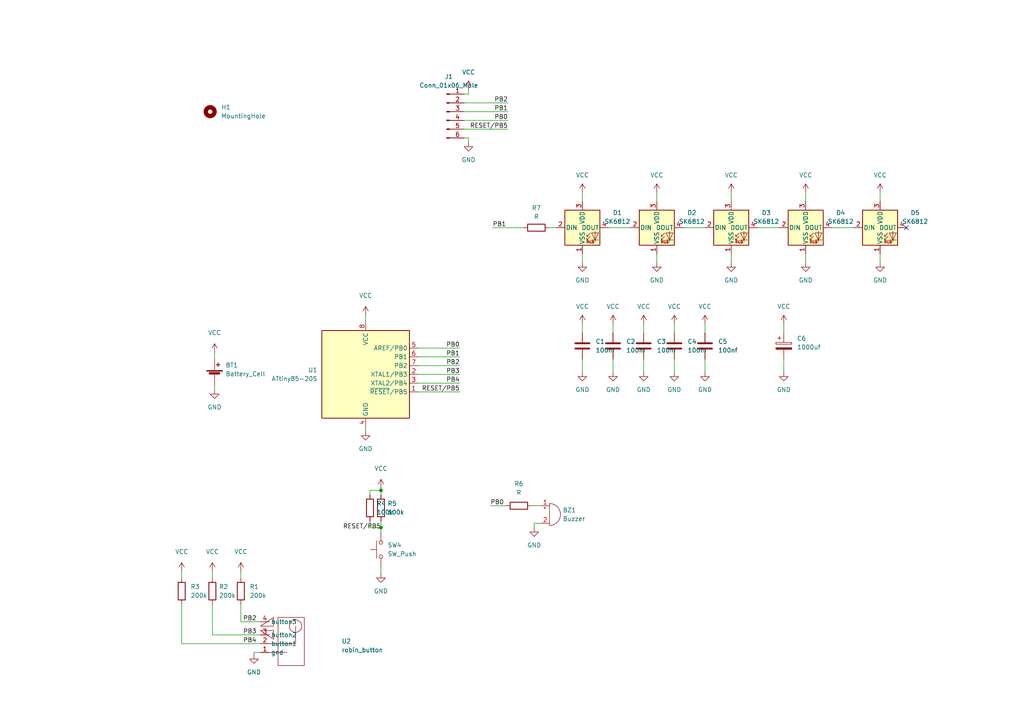
<source format=kicad_sch>
(kicad_sch (version 20211123) (generator eeschema)

  (uuid 74234a66-73b8-455e-9ee6-1f39c107f945)

  (paper "A4")

  (lib_symbols
    (symbol "Connector:Conn_01x06_Male" (pin_names (offset 1.016) hide) (in_bom yes) (on_board yes)
      (property "Reference" "J" (id 0) (at 0 7.62 0)
        (effects (font (size 1.27 1.27)))
      )
      (property "Value" "Conn_01x06_Male" (id 1) (at 0 -10.16 0)
        (effects (font (size 1.27 1.27)))
      )
      (property "Footprint" "" (id 2) (at 0 0 0)
        (effects (font (size 1.27 1.27)) hide)
      )
      (property "Datasheet" "~" (id 3) (at 0 0 0)
        (effects (font (size 1.27 1.27)) hide)
      )
      (property "ki_keywords" "connector" (id 4) (at 0 0 0)
        (effects (font (size 1.27 1.27)) hide)
      )
      (property "ki_description" "Generic connector, single row, 01x06, script generated (kicad-library-utils/schlib/autogen/connector/)" (id 5) (at 0 0 0)
        (effects (font (size 1.27 1.27)) hide)
      )
      (property "ki_fp_filters" "Connector*:*_1x??_*" (id 6) (at 0 0 0)
        (effects (font (size 1.27 1.27)) hide)
      )
      (symbol "Conn_01x06_Male_1_1"
        (polyline
          (pts
            (xy 1.27 -7.62)
            (xy 0.8636 -7.62)
          )
          (stroke (width 0.1524) (type default) (color 0 0 0 0))
          (fill (type none))
        )
        (polyline
          (pts
            (xy 1.27 -5.08)
            (xy 0.8636 -5.08)
          )
          (stroke (width 0.1524) (type default) (color 0 0 0 0))
          (fill (type none))
        )
        (polyline
          (pts
            (xy 1.27 -2.54)
            (xy 0.8636 -2.54)
          )
          (stroke (width 0.1524) (type default) (color 0 0 0 0))
          (fill (type none))
        )
        (polyline
          (pts
            (xy 1.27 0)
            (xy 0.8636 0)
          )
          (stroke (width 0.1524) (type default) (color 0 0 0 0))
          (fill (type none))
        )
        (polyline
          (pts
            (xy 1.27 2.54)
            (xy 0.8636 2.54)
          )
          (stroke (width 0.1524) (type default) (color 0 0 0 0))
          (fill (type none))
        )
        (polyline
          (pts
            (xy 1.27 5.08)
            (xy 0.8636 5.08)
          )
          (stroke (width 0.1524) (type default) (color 0 0 0 0))
          (fill (type none))
        )
        (rectangle (start 0.8636 -7.493) (end 0 -7.747)
          (stroke (width 0.1524) (type default) (color 0 0 0 0))
          (fill (type outline))
        )
        (rectangle (start 0.8636 -4.953) (end 0 -5.207)
          (stroke (width 0.1524) (type default) (color 0 0 0 0))
          (fill (type outline))
        )
        (rectangle (start 0.8636 -2.413) (end 0 -2.667)
          (stroke (width 0.1524) (type default) (color 0 0 0 0))
          (fill (type outline))
        )
        (rectangle (start 0.8636 0.127) (end 0 -0.127)
          (stroke (width 0.1524) (type default) (color 0 0 0 0))
          (fill (type outline))
        )
        (rectangle (start 0.8636 2.667) (end 0 2.413)
          (stroke (width 0.1524) (type default) (color 0 0 0 0))
          (fill (type outline))
        )
        (rectangle (start 0.8636 5.207) (end 0 4.953)
          (stroke (width 0.1524) (type default) (color 0 0 0 0))
          (fill (type outline))
        )
        (pin passive line (at 5.08 5.08 180) (length 3.81)
          (name "Pin_1" (effects (font (size 1.27 1.27))))
          (number "1" (effects (font (size 1.27 1.27))))
        )
        (pin passive line (at 5.08 2.54 180) (length 3.81)
          (name "Pin_2" (effects (font (size 1.27 1.27))))
          (number "2" (effects (font (size 1.27 1.27))))
        )
        (pin passive line (at 5.08 0 180) (length 3.81)
          (name "Pin_3" (effects (font (size 1.27 1.27))))
          (number "3" (effects (font (size 1.27 1.27))))
        )
        (pin passive line (at 5.08 -2.54 180) (length 3.81)
          (name "Pin_4" (effects (font (size 1.27 1.27))))
          (number "4" (effects (font (size 1.27 1.27))))
        )
        (pin passive line (at 5.08 -5.08 180) (length 3.81)
          (name "Pin_5" (effects (font (size 1.27 1.27))))
          (number "5" (effects (font (size 1.27 1.27))))
        )
        (pin passive line (at 5.08 -7.62 180) (length 3.81)
          (name "Pin_6" (effects (font (size 1.27 1.27))))
          (number "6" (effects (font (size 1.27 1.27))))
        )
      )
    )
    (symbol "Device:Battery_Cell" (pin_numbers hide) (pin_names (offset 0) hide) (in_bom yes) (on_board yes)
      (property "Reference" "BT" (id 0) (at 2.54 2.54 0)
        (effects (font (size 1.27 1.27)) (justify left))
      )
      (property "Value" "Battery_Cell" (id 1) (at 2.54 0 0)
        (effects (font (size 1.27 1.27)) (justify left))
      )
      (property "Footprint" "" (id 2) (at 0 1.524 90)
        (effects (font (size 1.27 1.27)) hide)
      )
      (property "Datasheet" "~" (id 3) (at 0 1.524 90)
        (effects (font (size 1.27 1.27)) hide)
      )
      (property "ki_keywords" "battery cell" (id 4) (at 0 0 0)
        (effects (font (size 1.27 1.27)) hide)
      )
      (property "ki_description" "Single-cell battery" (id 5) (at 0 0 0)
        (effects (font (size 1.27 1.27)) hide)
      )
      (symbol "Battery_Cell_0_1"
        (rectangle (start -2.286 1.778) (end 2.286 1.524)
          (stroke (width 0) (type default) (color 0 0 0 0))
          (fill (type outline))
        )
        (rectangle (start -1.5748 1.1938) (end 1.4732 0.6858)
          (stroke (width 0) (type default) (color 0 0 0 0))
          (fill (type outline))
        )
        (polyline
          (pts
            (xy 0 0.762)
            (xy 0 0)
          )
          (stroke (width 0) (type default) (color 0 0 0 0))
          (fill (type none))
        )
        (polyline
          (pts
            (xy 0 1.778)
            (xy 0 2.54)
          )
          (stroke (width 0) (type default) (color 0 0 0 0))
          (fill (type none))
        )
        (polyline
          (pts
            (xy 0.508 3.429)
            (xy 1.524 3.429)
          )
          (stroke (width 0.254) (type default) (color 0 0 0 0))
          (fill (type none))
        )
        (polyline
          (pts
            (xy 1.016 3.937)
            (xy 1.016 2.921)
          )
          (stroke (width 0.254) (type default) (color 0 0 0 0))
          (fill (type none))
        )
      )
      (symbol "Battery_Cell_1_1"
        (pin passive line (at 0 5.08 270) (length 2.54)
          (name "+" (effects (font (size 1.27 1.27))))
          (number "1" (effects (font (size 1.27 1.27))))
        )
        (pin passive line (at 0 -2.54 90) (length 2.54)
          (name "-" (effects (font (size 1.27 1.27))))
          (number "2" (effects (font (size 1.27 1.27))))
        )
      )
    )
    (symbol "Device:Buzzer" (pin_names (offset 0.0254) hide) (in_bom yes) (on_board yes)
      (property "Reference" "BZ" (id 0) (at 3.81 1.27 0)
        (effects (font (size 1.27 1.27)) (justify left))
      )
      (property "Value" "Buzzer" (id 1) (at 3.81 -1.27 0)
        (effects (font (size 1.27 1.27)) (justify left))
      )
      (property "Footprint" "" (id 2) (at -0.635 2.54 90)
        (effects (font (size 1.27 1.27)) hide)
      )
      (property "Datasheet" "~" (id 3) (at -0.635 2.54 90)
        (effects (font (size 1.27 1.27)) hide)
      )
      (property "ki_keywords" "quartz resonator ceramic" (id 4) (at 0 0 0)
        (effects (font (size 1.27 1.27)) hide)
      )
      (property "ki_description" "Buzzer, polarized" (id 5) (at 0 0 0)
        (effects (font (size 1.27 1.27)) hide)
      )
      (property "ki_fp_filters" "*Buzzer*" (id 6) (at 0 0 0)
        (effects (font (size 1.27 1.27)) hide)
      )
      (symbol "Buzzer_0_1"
        (arc (start 0 -3.175) (mid 3.175 0) (end 0 3.175)
          (stroke (width 0) (type default) (color 0 0 0 0))
          (fill (type none))
        )
        (polyline
          (pts
            (xy -1.651 1.905)
            (xy -1.143 1.905)
          )
          (stroke (width 0) (type default) (color 0 0 0 0))
          (fill (type none))
        )
        (polyline
          (pts
            (xy -1.397 2.159)
            (xy -1.397 1.651)
          )
          (stroke (width 0) (type default) (color 0 0 0 0))
          (fill (type none))
        )
        (polyline
          (pts
            (xy 0 3.175)
            (xy 0 -3.175)
          )
          (stroke (width 0) (type default) (color 0 0 0 0))
          (fill (type none))
        )
      )
      (symbol "Buzzer_1_1"
        (pin passive line (at -2.54 2.54 0) (length 2.54)
          (name "-" (effects (font (size 1.27 1.27))))
          (number "1" (effects (font (size 1.27 1.27))))
        )
        (pin passive line (at -2.54 -2.54 0) (length 2.54)
          (name "+" (effects (font (size 1.27 1.27))))
          (number "2" (effects (font (size 1.27 1.27))))
        )
      )
    )
    (symbol "Device:C" (pin_numbers hide) (pin_names (offset 0.254)) (in_bom yes) (on_board yes)
      (property "Reference" "C" (id 0) (at 0.635 2.54 0)
        (effects (font (size 1.27 1.27)) (justify left))
      )
      (property "Value" "C" (id 1) (at 0.635 -2.54 0)
        (effects (font (size 1.27 1.27)) (justify left))
      )
      (property "Footprint" "" (id 2) (at 0.9652 -3.81 0)
        (effects (font (size 1.27 1.27)) hide)
      )
      (property "Datasheet" "~" (id 3) (at 0 0 0)
        (effects (font (size 1.27 1.27)) hide)
      )
      (property "ki_keywords" "cap capacitor" (id 4) (at 0 0 0)
        (effects (font (size 1.27 1.27)) hide)
      )
      (property "ki_description" "Unpolarized capacitor" (id 5) (at 0 0 0)
        (effects (font (size 1.27 1.27)) hide)
      )
      (property "ki_fp_filters" "C_*" (id 6) (at 0 0 0)
        (effects (font (size 1.27 1.27)) hide)
      )
      (symbol "C_0_1"
        (polyline
          (pts
            (xy -2.032 -0.762)
            (xy 2.032 -0.762)
          )
          (stroke (width 0.508) (type default) (color 0 0 0 0))
          (fill (type none))
        )
        (polyline
          (pts
            (xy -2.032 0.762)
            (xy 2.032 0.762)
          )
          (stroke (width 0.508) (type default) (color 0 0 0 0))
          (fill (type none))
        )
      )
      (symbol "C_1_1"
        (pin passive line (at 0 3.81 270) (length 2.794)
          (name "~" (effects (font (size 1.27 1.27))))
          (number "1" (effects (font (size 1.27 1.27))))
        )
        (pin passive line (at 0 -3.81 90) (length 2.794)
          (name "~" (effects (font (size 1.27 1.27))))
          (number "2" (effects (font (size 1.27 1.27))))
        )
      )
    )
    (symbol "Device:C_Polarized" (pin_numbers hide) (pin_names (offset 0.254)) (in_bom yes) (on_board yes)
      (property "Reference" "C" (id 0) (at 0.635 2.54 0)
        (effects (font (size 1.27 1.27)) (justify left))
      )
      (property "Value" "C_Polarized" (id 1) (at 0.635 -2.54 0)
        (effects (font (size 1.27 1.27)) (justify left))
      )
      (property "Footprint" "" (id 2) (at 0.9652 -3.81 0)
        (effects (font (size 1.27 1.27)) hide)
      )
      (property "Datasheet" "~" (id 3) (at 0 0 0)
        (effects (font (size 1.27 1.27)) hide)
      )
      (property "ki_keywords" "cap capacitor" (id 4) (at 0 0 0)
        (effects (font (size 1.27 1.27)) hide)
      )
      (property "ki_description" "Polarized capacitor" (id 5) (at 0 0 0)
        (effects (font (size 1.27 1.27)) hide)
      )
      (property "ki_fp_filters" "CP_*" (id 6) (at 0 0 0)
        (effects (font (size 1.27 1.27)) hide)
      )
      (symbol "C_Polarized_0_1"
        (rectangle (start -2.286 0.508) (end 2.286 1.016)
          (stroke (width 0) (type default) (color 0 0 0 0))
          (fill (type none))
        )
        (polyline
          (pts
            (xy -1.778 2.286)
            (xy -0.762 2.286)
          )
          (stroke (width 0) (type default) (color 0 0 0 0))
          (fill (type none))
        )
        (polyline
          (pts
            (xy -1.27 2.794)
            (xy -1.27 1.778)
          )
          (stroke (width 0) (type default) (color 0 0 0 0))
          (fill (type none))
        )
        (rectangle (start 2.286 -0.508) (end -2.286 -1.016)
          (stroke (width 0) (type default) (color 0 0 0 0))
          (fill (type outline))
        )
      )
      (symbol "C_Polarized_1_1"
        (pin passive line (at 0 3.81 270) (length 2.794)
          (name "~" (effects (font (size 1.27 1.27))))
          (number "1" (effects (font (size 1.27 1.27))))
        )
        (pin passive line (at 0 -3.81 90) (length 2.794)
          (name "~" (effects (font (size 1.27 1.27))))
          (number "2" (effects (font (size 1.27 1.27))))
        )
      )
    )
    (symbol "Device:R" (pin_numbers hide) (pin_names (offset 0)) (in_bom yes) (on_board yes)
      (property "Reference" "R" (id 0) (at 2.032 0 90)
        (effects (font (size 1.27 1.27)))
      )
      (property "Value" "R" (id 1) (at 0 0 90)
        (effects (font (size 1.27 1.27)))
      )
      (property "Footprint" "" (id 2) (at -1.778 0 90)
        (effects (font (size 1.27 1.27)) hide)
      )
      (property "Datasheet" "~" (id 3) (at 0 0 0)
        (effects (font (size 1.27 1.27)) hide)
      )
      (property "ki_keywords" "R res resistor" (id 4) (at 0 0 0)
        (effects (font (size 1.27 1.27)) hide)
      )
      (property "ki_description" "Resistor" (id 5) (at 0 0 0)
        (effects (font (size 1.27 1.27)) hide)
      )
      (property "ki_fp_filters" "R_*" (id 6) (at 0 0 0)
        (effects (font (size 1.27 1.27)) hide)
      )
      (symbol "R_0_1"
        (rectangle (start -1.016 -2.54) (end 1.016 2.54)
          (stroke (width 0.254) (type default) (color 0 0 0 0))
          (fill (type none))
        )
      )
      (symbol "R_1_1"
        (pin passive line (at 0 3.81 270) (length 1.27)
          (name "~" (effects (font (size 1.27 1.27))))
          (number "1" (effects (font (size 1.27 1.27))))
        )
        (pin passive line (at 0 -3.81 90) (length 1.27)
          (name "~" (effects (font (size 1.27 1.27))))
          (number "2" (effects (font (size 1.27 1.27))))
        )
      )
    )
    (symbol "LED:SK6812" (pin_names (offset 0.254)) (in_bom yes) (on_board yes)
      (property "Reference" "D" (id 0) (at 5.08 5.715 0)
        (effects (font (size 1.27 1.27)) (justify right bottom))
      )
      (property "Value" "SK6812" (id 1) (at 1.27 -5.715 0)
        (effects (font (size 1.27 1.27)) (justify left top))
      )
      (property "Footprint" "LED_SMD:LED_SK6812_PLCC4_5.0x5.0mm_P3.2mm" (id 2) (at 1.27 -7.62 0)
        (effects (font (size 1.27 1.27)) (justify left top) hide)
      )
      (property "Datasheet" "https://cdn-shop.adafruit.com/product-files/1138/SK6812+LED+datasheet+.pdf" (id 3) (at 2.54 -9.525 0)
        (effects (font (size 1.27 1.27)) (justify left top) hide)
      )
      (property "ki_keywords" "RGB LED NeoPixel addressable" (id 4) (at 0 0 0)
        (effects (font (size 1.27 1.27)) hide)
      )
      (property "ki_description" "RGB LED with integrated controller" (id 5) (at 0 0 0)
        (effects (font (size 1.27 1.27)) hide)
      )
      (property "ki_fp_filters" "LED*SK6812*PLCC*5.0x5.0mm*P3.2mm*" (id 6) (at 0 0 0)
        (effects (font (size 1.27 1.27)) hide)
      )
      (symbol "SK6812_0_0"
        (text "RGB" (at 2.286 -4.191 0)
          (effects (font (size 0.762 0.762)))
        )
      )
      (symbol "SK6812_0_1"
        (polyline
          (pts
            (xy 1.27 -3.556)
            (xy 1.778 -3.556)
          )
          (stroke (width 0) (type default) (color 0 0 0 0))
          (fill (type none))
        )
        (polyline
          (pts
            (xy 1.27 -2.54)
            (xy 1.778 -2.54)
          )
          (stroke (width 0) (type default) (color 0 0 0 0))
          (fill (type none))
        )
        (polyline
          (pts
            (xy 4.699 -3.556)
            (xy 2.667 -3.556)
          )
          (stroke (width 0) (type default) (color 0 0 0 0))
          (fill (type none))
        )
        (polyline
          (pts
            (xy 2.286 -2.54)
            (xy 1.27 -3.556)
            (xy 1.27 -3.048)
          )
          (stroke (width 0) (type default) (color 0 0 0 0))
          (fill (type none))
        )
        (polyline
          (pts
            (xy 2.286 -1.524)
            (xy 1.27 -2.54)
            (xy 1.27 -2.032)
          )
          (stroke (width 0) (type default) (color 0 0 0 0))
          (fill (type none))
        )
        (polyline
          (pts
            (xy 3.683 -1.016)
            (xy 3.683 -3.556)
            (xy 3.683 -4.064)
          )
          (stroke (width 0) (type default) (color 0 0 0 0))
          (fill (type none))
        )
        (polyline
          (pts
            (xy 4.699 -1.524)
            (xy 2.667 -1.524)
            (xy 3.683 -3.556)
            (xy 4.699 -1.524)
          )
          (stroke (width 0) (type default) (color 0 0 0 0))
          (fill (type none))
        )
        (rectangle (start 5.08 5.08) (end -5.08 -5.08)
          (stroke (width 0.254) (type default) (color 0 0 0 0))
          (fill (type background))
        )
      )
      (symbol "SK6812_1_1"
        (pin power_in line (at 0 -7.62 90) (length 2.54)
          (name "VSS" (effects (font (size 1.27 1.27))))
          (number "1" (effects (font (size 1.27 1.27))))
        )
        (pin input line (at -7.62 0 0) (length 2.54)
          (name "DIN" (effects (font (size 1.27 1.27))))
          (number "2" (effects (font (size 1.27 1.27))))
        )
        (pin power_in line (at 0 7.62 270) (length 2.54)
          (name "VDD" (effects (font (size 1.27 1.27))))
          (number "3" (effects (font (size 1.27 1.27))))
        )
        (pin output line (at 7.62 0 180) (length 2.54)
          (name "DOUT" (effects (font (size 1.27 1.27))))
          (number "4" (effects (font (size 1.27 1.27))))
        )
      )
    )
    (symbol "MCU_Microchip_ATtiny:ATtiny85-20S" (in_bom yes) (on_board yes)
      (property "Reference" "U" (id 0) (at -12.7 13.97 0)
        (effects (font (size 1.27 1.27)) (justify left bottom))
      )
      (property "Value" "ATtiny85-20S" (id 1) (at 2.54 -13.97 0)
        (effects (font (size 1.27 1.27)) (justify left top))
      )
      (property "Footprint" "Package_SO:SOIC-8W_5.3x5.3mm_P1.27mm" (id 2) (at 0 0 0)
        (effects (font (size 1.27 1.27) italic) hide)
      )
      (property "Datasheet" "http://ww1.microchip.com/downloads/en/DeviceDoc/atmel-2586-avr-8-bit-microcontroller-attiny25-attiny45-attiny85_datasheet.pdf" (id 3) (at 0 0 0)
        (effects (font (size 1.27 1.27)) hide)
      )
      (property "ki_keywords" "AVR 8bit Microcontroller tinyAVR" (id 4) (at 0 0 0)
        (effects (font (size 1.27 1.27)) hide)
      )
      (property "ki_description" "20MHz, 8kB Flash, 512B SRAM, 512B EEPROM, debugWIRE, SOIC-8W" (id 5) (at 0 0 0)
        (effects (font (size 1.27 1.27)) hide)
      )
      (property "ki_fp_filters" "SOIC*5.3x5.3mm*P1.27mm*" (id 6) (at 0 0 0)
        (effects (font (size 1.27 1.27)) hide)
      )
      (symbol "ATtiny85-20S_0_1"
        (rectangle (start -12.7 -12.7) (end 12.7 12.7)
          (stroke (width 0.254) (type default) (color 0 0 0 0))
          (fill (type background))
        )
      )
      (symbol "ATtiny85-20S_1_1"
        (pin bidirectional line (at 15.24 -5.08 180) (length 2.54)
          (name "~{RESET}/PB5" (effects (font (size 1.27 1.27))))
          (number "1" (effects (font (size 1.27 1.27))))
        )
        (pin bidirectional line (at 15.24 0 180) (length 2.54)
          (name "XTAL1/PB3" (effects (font (size 1.27 1.27))))
          (number "2" (effects (font (size 1.27 1.27))))
        )
        (pin bidirectional line (at 15.24 -2.54 180) (length 2.54)
          (name "XTAL2/PB4" (effects (font (size 1.27 1.27))))
          (number "3" (effects (font (size 1.27 1.27))))
        )
        (pin power_in line (at 0 -15.24 90) (length 2.54)
          (name "GND" (effects (font (size 1.27 1.27))))
          (number "4" (effects (font (size 1.27 1.27))))
        )
        (pin bidirectional line (at 15.24 7.62 180) (length 2.54)
          (name "AREF/PB0" (effects (font (size 1.27 1.27))))
          (number "5" (effects (font (size 1.27 1.27))))
        )
        (pin bidirectional line (at 15.24 5.08 180) (length 2.54)
          (name "PB1" (effects (font (size 1.27 1.27))))
          (number "6" (effects (font (size 1.27 1.27))))
        )
        (pin bidirectional line (at 15.24 2.54 180) (length 2.54)
          (name "PB2" (effects (font (size 1.27 1.27))))
          (number "7" (effects (font (size 1.27 1.27))))
        )
        (pin power_in line (at 0 15.24 270) (length 2.54)
          (name "VCC" (effects (font (size 1.27 1.27))))
          (number "8" (effects (font (size 1.27 1.27))))
        )
      )
    )
    (symbol "Mechanical:MountingHole" (pin_names (offset 1.016)) (in_bom yes) (on_board yes)
      (property "Reference" "H" (id 0) (at 0 5.08 0)
        (effects (font (size 1.27 1.27)))
      )
      (property "Value" "MountingHole" (id 1) (at 0 3.175 0)
        (effects (font (size 1.27 1.27)))
      )
      (property "Footprint" "" (id 2) (at 0 0 0)
        (effects (font (size 1.27 1.27)) hide)
      )
      (property "Datasheet" "~" (id 3) (at 0 0 0)
        (effects (font (size 1.27 1.27)) hide)
      )
      (property "ki_keywords" "mounting hole" (id 4) (at 0 0 0)
        (effects (font (size 1.27 1.27)) hide)
      )
      (property "ki_description" "Mounting Hole without connection" (id 5) (at 0 0 0)
        (effects (font (size 1.27 1.27)) hide)
      )
      (property "ki_fp_filters" "MountingHole*" (id 6) (at 0 0 0)
        (effects (font (size 1.27 1.27)) hide)
      )
      (symbol "MountingHole_0_1"
        (circle (center 0 0) (radius 1.27)
          (stroke (width 1.27) (type default) (color 0 0 0 0))
          (fill (type none))
        )
      )
    )
    (symbol "Switch:SW_Push" (pin_numbers hide) (pin_names (offset 1.016) hide) (in_bom yes) (on_board yes)
      (property "Reference" "SW" (id 0) (at 1.27 2.54 0)
        (effects (font (size 1.27 1.27)) (justify left))
      )
      (property "Value" "SW_Push" (id 1) (at 0 -1.524 0)
        (effects (font (size 1.27 1.27)))
      )
      (property "Footprint" "" (id 2) (at 0 5.08 0)
        (effects (font (size 1.27 1.27)) hide)
      )
      (property "Datasheet" "~" (id 3) (at 0 5.08 0)
        (effects (font (size 1.27 1.27)) hide)
      )
      (property "ki_keywords" "switch normally-open pushbutton push-button" (id 4) (at 0 0 0)
        (effects (font (size 1.27 1.27)) hide)
      )
      (property "ki_description" "Push button switch, generic, two pins" (id 5) (at 0 0 0)
        (effects (font (size 1.27 1.27)) hide)
      )
      (symbol "SW_Push_0_1"
        (circle (center -2.032 0) (radius 0.508)
          (stroke (width 0) (type default) (color 0 0 0 0))
          (fill (type none))
        )
        (polyline
          (pts
            (xy 0 1.27)
            (xy 0 3.048)
          )
          (stroke (width 0) (type default) (color 0 0 0 0))
          (fill (type none))
        )
        (polyline
          (pts
            (xy 2.54 1.27)
            (xy -2.54 1.27)
          )
          (stroke (width 0) (type default) (color 0 0 0 0))
          (fill (type none))
        )
        (circle (center 2.032 0) (radius 0.508)
          (stroke (width 0) (type default) (color 0 0 0 0))
          (fill (type none))
        )
        (pin passive line (at -5.08 0 0) (length 2.54)
          (name "1" (effects (font (size 1.27 1.27))))
          (number "1" (effects (font (size 1.27 1.27))))
        )
        (pin passive line (at 5.08 0 180) (length 2.54)
          (name "2" (effects (font (size 1.27 1.27))))
          (number "2" (effects (font (size 1.27 1.27))))
        )
      )
    )
    (symbol "power:GND" (power) (pin_names (offset 0)) (in_bom yes) (on_board yes)
      (property "Reference" "#PWR" (id 0) (at 0 -6.35 0)
        (effects (font (size 1.27 1.27)) hide)
      )
      (property "Value" "GND" (id 1) (at 0 -3.81 0)
        (effects (font (size 1.27 1.27)))
      )
      (property "Footprint" "" (id 2) (at 0 0 0)
        (effects (font (size 1.27 1.27)) hide)
      )
      (property "Datasheet" "" (id 3) (at 0 0 0)
        (effects (font (size 1.27 1.27)) hide)
      )
      (property "ki_keywords" "power-flag" (id 4) (at 0 0 0)
        (effects (font (size 1.27 1.27)) hide)
      )
      (property "ki_description" "Power symbol creates a global label with name \"GND\" , ground" (id 5) (at 0 0 0)
        (effects (font (size 1.27 1.27)) hide)
      )
      (symbol "GND_0_1"
        (polyline
          (pts
            (xy 0 0)
            (xy 0 -1.27)
            (xy 1.27 -1.27)
            (xy 0 -2.54)
            (xy -1.27 -1.27)
            (xy 0 -1.27)
          )
          (stroke (width 0) (type default) (color 0 0 0 0))
          (fill (type none))
        )
      )
      (symbol "GND_1_1"
        (pin power_in line (at 0 0 270) (length 0) hide
          (name "GND" (effects (font (size 1.27 1.27))))
          (number "1" (effects (font (size 1.27 1.27))))
        )
      )
    )
    (symbol "power:VCC" (power) (pin_names (offset 0)) (in_bom yes) (on_board yes)
      (property "Reference" "#PWR" (id 0) (at 0 -3.81 0)
        (effects (font (size 1.27 1.27)) hide)
      )
      (property "Value" "VCC" (id 1) (at 0 3.81 0)
        (effects (font (size 1.27 1.27)))
      )
      (property "Footprint" "" (id 2) (at 0 0 0)
        (effects (font (size 1.27 1.27)) hide)
      )
      (property "Datasheet" "" (id 3) (at 0 0 0)
        (effects (font (size 1.27 1.27)) hide)
      )
      (property "ki_keywords" "power-flag" (id 4) (at 0 0 0)
        (effects (font (size 1.27 1.27)) hide)
      )
      (property "ki_description" "Power symbol creates a global label with name \"VCC\"" (id 5) (at 0 0 0)
        (effects (font (size 1.27 1.27)) hide)
      )
      (symbol "VCC_0_1"
        (polyline
          (pts
            (xy -0.762 1.27)
            (xy 0 2.54)
          )
          (stroke (width 0) (type default) (color 0 0 0 0))
          (fill (type none))
        )
        (polyline
          (pts
            (xy 0 0)
            (xy 0 2.54)
          )
          (stroke (width 0) (type default) (color 0 0 0 0))
          (fill (type none))
        )
        (polyline
          (pts
            (xy 0 2.54)
            (xy 0.762 1.27)
          )
          (stroke (width 0) (type default) (color 0 0 0 0))
          (fill (type none))
        )
      )
      (symbol "VCC_1_1"
        (pin power_in line (at 0 0 90) (length 0) hide
          (name "VCC" (effects (font (size 1.27 1.27))))
          (number "1" (effects (font (size 1.27 1.27))))
        )
      )
    )
    (symbol "xmas:robin_button" (in_bom yes) (on_board yes)
      (property "Reference" "U" (id 0) (at -17.78 -21.59 0)
        (effects (font (size 1.27 1.27)))
      )
      (property "Value" "robin_button" (id 1) (at -17.78 -21.59 0)
        (effects (font (size 1.27 1.27)))
      )
      (property "Footprint" "" (id 2) (at -17.78 -21.59 0)
        (effects (font (size 1.27 1.27)) hide)
      )
      (property "Datasheet" "" (id 3) (at -17.78 -21.59 0)
        (effects (font (size 1.27 1.27)) hide)
      )
      (symbol "robin_button_0_0"
        (text "" (at -3.81 -8.89 0)
          (effects (font (size 1.27 1.27)))
        )
        (text "" (at 12.7 -5.08 0)
          (effects (font (size 1.27 1.27)))
        )
      )
      (symbol "robin_button_0_1"
        (rectangle (start -3.81 6.35) (end 3.81 -7.62)
          (stroke (width 0) (type default) (color 0 0 0 0))
          (fill (type none))
        )
        (polyline
          (pts
            (xy -6.35 -3.81)
            (xy -1.27 -3.81)
          )
          (stroke (width 0) (type default) (color 0 0 0 0))
          (fill (type none))
        )
        (polyline
          (pts
            (xy -6.35 -1.27)
            (xy 1.27 -1.27)
            (xy 1.27 3.81)
          )
          (stroke (width 0) (type default) (color 0 0 0 0))
          (fill (type none))
        )
        (polyline
          (pts
            (xy -8.89 2.54)
            (xy -5.08 2.54)
            (xy -5.08 0)
            (xy -8.89 2.54)
          )
          (stroke (width 0) (type default) (color 0 0 0 0))
          (fill (type none))
        )
        (polyline
          (pts
            (xy -8.89 3.81)
            (xy -5.08 6.35)
            (xy -5.08 3.81)
            (xy -8.89 3.81)
          )
          (stroke (width 0) (type default) (color 0 0 0 0))
          (fill (type none))
        )
        (circle (center 1.27 3.81) (radius 1.7961)
          (stroke (width 0) (type default) (color 0 0 0 0))
          (fill (type none))
        )
      )
      (symbol "robin_button_1_1"
        (pin input line (at -8.89 -3.81 0) (length 2.54)
          (name "gnd" (effects (font (size 1.27 1.27))))
          (number "1" (effects (font (size 1.27 1.27))))
        )
        (pin input line (at -8.89 -1.27 0) (length 2.54)
          (name "button1" (effects (font (size 1.27 1.27))))
          (number "2" (effects (font (size 1.27 1.27))))
        )
        (pin input line (at -8.89 1.27 0) (length 2.54)
          (name "button2" (effects (font (size 1.27 1.27))))
          (number "3" (effects (font (size 1.27 1.27))))
        )
        (pin input line (at -8.89 5.08 0) (length 2.54)
          (name "button3" (effects (font (size 1.27 1.27))))
          (number "4" (effects (font (size 1.27 1.27))))
        )
      )
    )
  )

  (junction (at 110.49 153.035) (diameter 0) (color 0 0 0 0)
    (uuid 89a89306-54d8-4c3b-9840-a00732862ddf)
  )
  (junction (at 110.49 142.24) (diameter 0) (color 0 0 0 0)
    (uuid acad2f7f-97f2-4e20-8e03-d864c1bd46f1)
  )

  (no_connect (at 262.89 66.04) (uuid ba39f7cc-d57d-411e-b62d-04e8e80913ec))

  (wire (pts (xy 159.385 66.04) (xy 161.29 66.04))
    (stroke (width 0) (type default) (color 0 0 0 0))
    (uuid 05832e07-98e8-438b-b727-f23de05f5b59)
  )
  (wire (pts (xy 255.27 55.88) (xy 255.27 58.42))
    (stroke (width 0) (type default) (color 0 0 0 0))
    (uuid 0be131b7-0ef9-486a-8dce-cb4ec1f883cb)
  )
  (wire (pts (xy 106.045 123.825) (xy 106.045 125.095))
    (stroke (width 0) (type default) (color 0 0 0 0))
    (uuid 0d7b1661-abba-43ea-ad95-18d8735d8ef3)
  )
  (wire (pts (xy 107.315 142.24) (xy 110.49 142.24))
    (stroke (width 0) (type default) (color 0 0 0 0))
    (uuid 0dae3c83-fc6d-4bdb-b32b-3583dd9e5891)
  )
  (wire (pts (xy 61.595 165.735) (xy 61.595 167.64))
    (stroke (width 0) (type default) (color 0 0 0 0))
    (uuid 0f9554de-6ea6-449c-91f8-5c17ed0c0d02)
  )
  (wire (pts (xy 121.285 113.665) (xy 133.35 113.665))
    (stroke (width 0) (type default) (color 0 0 0 0))
    (uuid 12093ae8-7a83-4b62-94b0-80e0c80a0a7d)
  )
  (wire (pts (xy 69.85 180.34) (xy 75.565 180.34))
    (stroke (width 0) (type default) (color 0 0 0 0))
    (uuid 14f5eb65-2dd1-42c2-97e0-34aa7b49aa9e)
  )
  (wire (pts (xy 135.89 41.275) (xy 135.89 40.005))
    (stroke (width 0) (type default) (color 0 0 0 0))
    (uuid 18a0a0b0-1cd2-49e7-a830-e9581f0b2920)
  )
  (wire (pts (xy 168.91 73.66) (xy 168.91 76.2))
    (stroke (width 0) (type default) (color 0 0 0 0))
    (uuid 19a42528-a2e6-45c0-9f80-8c1d80016291)
  )
  (wire (pts (xy 154.94 151.765) (xy 156.845 151.765))
    (stroke (width 0) (type default) (color 0 0 0 0))
    (uuid 1e14c8cf-4995-4d72-98e3-d6c705d5e727)
  )
  (wire (pts (xy 227.33 93.98) (xy 227.33 96.52))
    (stroke (width 0) (type default) (color 0 0 0 0))
    (uuid 1e3af120-00f9-48ad-8f6d-8a59c5e77b6e)
  )
  (wire (pts (xy 110.49 164.465) (xy 110.49 166.37))
    (stroke (width 0) (type default) (color 0 0 0 0))
    (uuid 2035f331-09fb-4f86-ac14-6608fe0ddcdd)
  )
  (wire (pts (xy 134.62 32.385) (xy 147.32 32.385))
    (stroke (width 0) (type default) (color 0 0 0 0))
    (uuid 22f2d4f5-6e49-473e-9b8b-4f8d006a3d35)
  )
  (wire (pts (xy 142.24 146.685) (xy 146.685 146.685))
    (stroke (width 0) (type default) (color 0 0 0 0))
    (uuid 2312bcba-7891-45b4-b13c-8480fde4f5b4)
  )
  (wire (pts (xy 219.71 66.04) (xy 226.06 66.04))
    (stroke (width 0) (type default) (color 0 0 0 0))
    (uuid 26d23de8-c728-4f32-bc6c-7da4e049b15a)
  )
  (wire (pts (xy 227.33 104.14) (xy 227.33 107.95))
    (stroke (width 0) (type default) (color 0 0 0 0))
    (uuid 297bc95a-01ec-49f7-aa2e-1ad5c2328656)
  )
  (wire (pts (xy 212.09 55.88) (xy 212.09 58.42))
    (stroke (width 0) (type default) (color 0 0 0 0))
    (uuid 2a564822-fca9-4d36-b34c-4fbdb738505d)
  )
  (wire (pts (xy 233.68 55.88) (xy 233.68 58.42))
    (stroke (width 0) (type default) (color 0 0 0 0))
    (uuid 2acd67d4-ee12-40ee-8ef9-05e3adb9185f)
  )
  (wire (pts (xy 73.66 189.865) (xy 73.66 189.23))
    (stroke (width 0) (type default) (color 0 0 0 0))
    (uuid 30f1e82e-598f-47fd-b0e9-bd4cd52ff65d)
  )
  (wire (pts (xy 186.69 93.98) (xy 186.69 96.52))
    (stroke (width 0) (type default) (color 0 0 0 0))
    (uuid 3931e943-13b1-4441-8cfc-9f5ebb073bb6)
  )
  (wire (pts (xy 61.595 175.26) (xy 61.595 184.15))
    (stroke (width 0) (type default) (color 0 0 0 0))
    (uuid 3b25f793-d58d-4f99-b81e-53c107f51192)
  )
  (wire (pts (xy 110.49 141.605) (xy 110.49 142.24))
    (stroke (width 0) (type default) (color 0 0 0 0))
    (uuid 3d2c453f-b8fc-4778-b286-3c03faa2a35f)
  )
  (wire (pts (xy 154.305 146.685) (xy 156.845 146.685))
    (stroke (width 0) (type default) (color 0 0 0 0))
    (uuid 3d4d3ef6-74e7-4256-afd6-1c06a4792649)
  )
  (wire (pts (xy 52.705 175.26) (xy 52.705 186.69))
    (stroke (width 0) (type default) (color 0 0 0 0))
    (uuid 4ba44d35-283a-4cb3-a2fa-4c5d73d37f98)
  )
  (wire (pts (xy 142.875 66.04) (xy 151.765 66.04))
    (stroke (width 0) (type default) (color 0 0 0 0))
    (uuid 4cc4a09b-a7fc-4e7b-bcf3-53941f5aefc6)
  )
  (wire (pts (xy 52.705 186.69) (xy 75.565 186.69))
    (stroke (width 0) (type default) (color 0 0 0 0))
    (uuid 51d89117-cc1f-4453-a7e0-5136509d4003)
  )
  (wire (pts (xy 107.315 143.51) (xy 107.315 142.24))
    (stroke (width 0) (type default) (color 0 0 0 0))
    (uuid 5556ff64-daf5-41d8-8ade-8d568651b97b)
  )
  (wire (pts (xy 62.23 111.76) (xy 62.23 113.03))
    (stroke (width 0) (type default) (color 0 0 0 0))
    (uuid 5713e3d1-db8f-4369-a6e6-bb9010ed21e8)
  )
  (wire (pts (xy 121.285 106.045) (xy 133.35 106.045))
    (stroke (width 0) (type default) (color 0 0 0 0))
    (uuid 5a075425-379f-44a3-9eec-073ce45cdfa1)
  )
  (wire (pts (xy 168.91 55.88) (xy 168.91 58.42))
    (stroke (width 0) (type default) (color 0 0 0 0))
    (uuid 65d92282-67f6-4c87-818d-c94b57939159)
  )
  (wire (pts (xy 107.315 153.035) (xy 110.49 153.035))
    (stroke (width 0) (type default) (color 0 0 0 0))
    (uuid 66625a3c-7c3d-46c8-bb45-44a9f1b4a3f3)
  )
  (wire (pts (xy 134.62 37.465) (xy 147.32 37.465))
    (stroke (width 0) (type default) (color 0 0 0 0))
    (uuid 71585a39-943a-4080-862b-825e228be831)
  )
  (wire (pts (xy 195.58 104.14) (xy 195.58 107.95))
    (stroke (width 0) (type default) (color 0 0 0 0))
    (uuid 747b1bc8-be2c-4d61-9ed3-d77ef8021151)
  )
  (wire (pts (xy 135.89 40.005) (xy 134.62 40.005))
    (stroke (width 0) (type default) (color 0 0 0 0))
    (uuid 7a06bbe6-cfcf-44ab-b176-fcc6cc35e4e8)
  )
  (wire (pts (xy 186.69 104.14) (xy 186.69 107.95))
    (stroke (width 0) (type default) (color 0 0 0 0))
    (uuid 7bfaeb29-041a-4d65-8aa6-1b08e5edc274)
  )
  (wire (pts (xy 204.47 104.14) (xy 204.47 107.95))
    (stroke (width 0) (type default) (color 0 0 0 0))
    (uuid 7d4e92ce-5175-4b13-abcf-76cd4662d078)
  )
  (wire (pts (xy 168.91 93.98) (xy 168.91 96.52))
    (stroke (width 0) (type default) (color 0 0 0 0))
    (uuid 7fedb1a8-c646-479a-bc77-5c16a1ac2262)
  )
  (wire (pts (xy 107.315 151.13) (xy 107.315 153.035))
    (stroke (width 0) (type default) (color 0 0 0 0))
    (uuid 81469114-8847-4812-a334-5373a103e64c)
  )
  (wire (pts (xy 176.53 66.04) (xy 182.88 66.04))
    (stroke (width 0) (type default) (color 0 0 0 0))
    (uuid 8ae167c7-bef9-4d6d-a247-1efbbce181de)
  )
  (wire (pts (xy 212.09 73.66) (xy 212.09 76.2))
    (stroke (width 0) (type default) (color 0 0 0 0))
    (uuid 8af7c6bb-6bb0-4b73-b161-9e2898c24e8f)
  )
  (wire (pts (xy 233.68 73.66) (xy 233.68 76.2))
    (stroke (width 0) (type default) (color 0 0 0 0))
    (uuid 8db79762-e674-4da8-a0fd-7053dafe7390)
  )
  (wire (pts (xy 135.89 26.035) (xy 135.89 27.305))
    (stroke (width 0) (type default) (color 0 0 0 0))
    (uuid 938daf09-829f-4760-aece-0caddcfdfdf8)
  )
  (wire (pts (xy 52.705 165.735) (xy 52.705 167.64))
    (stroke (width 0) (type default) (color 0 0 0 0))
    (uuid 9430de69-4428-4ff1-8339-72d227fb47c4)
  )
  (wire (pts (xy 121.285 100.965) (xy 133.35 100.965))
    (stroke (width 0) (type default) (color 0 0 0 0))
    (uuid 97f63589-054e-4d79-8d20-3ccae2821771)
  )
  (wire (pts (xy 154.94 151.765) (xy 154.94 153.035))
    (stroke (width 0) (type default) (color 0 0 0 0))
    (uuid 9b3664f8-e698-44aa-9e9b-0a0f64397e58)
  )
  (wire (pts (xy 69.85 165.735) (xy 69.85 167.64))
    (stroke (width 0) (type default) (color 0 0 0 0))
    (uuid a2a4edd0-ddd7-492c-8cb1-327a02eaa85c)
  )
  (wire (pts (xy 110.49 142.24) (xy 110.49 143.51))
    (stroke (width 0) (type default) (color 0 0 0 0))
    (uuid a5d77817-ad08-4b35-9f17-86b93ac7c739)
  )
  (wire (pts (xy 190.5 55.88) (xy 190.5 58.42))
    (stroke (width 0) (type default) (color 0 0 0 0))
    (uuid abc0b562-db49-4842-ba32-3543337bff03)
  )
  (wire (pts (xy 255.27 73.66) (xy 255.27 76.2))
    (stroke (width 0) (type default) (color 0 0 0 0))
    (uuid b2090ffc-82f4-4475-91e2-a6e423c1681d)
  )
  (wire (pts (xy 121.285 108.585) (xy 133.35 108.585))
    (stroke (width 0) (type default) (color 0 0 0 0))
    (uuid b2f6c4d2-0dd5-436a-a497-8c7f8cbe694e)
  )
  (wire (pts (xy 168.91 104.14) (xy 168.91 107.95))
    (stroke (width 0) (type default) (color 0 0 0 0))
    (uuid b4c88b98-8c1c-4e3a-a99d-085753cbefb7)
  )
  (wire (pts (xy 69.85 175.26) (xy 69.85 180.34))
    (stroke (width 0) (type default) (color 0 0 0 0))
    (uuid c010a4e4-acc9-4e1c-83af-46f6229cd021)
  )
  (wire (pts (xy 135.89 27.305) (xy 134.62 27.305))
    (stroke (width 0) (type default) (color 0 0 0 0))
    (uuid c1fd5bee-9a67-4d4e-8013-3c063caa9747)
  )
  (wire (pts (xy 177.8 104.14) (xy 177.8 107.95))
    (stroke (width 0) (type default) (color 0 0 0 0))
    (uuid c203a887-f09e-4544-9186-4d6367cd7fca)
  )
  (wire (pts (xy 177.8 93.98) (xy 177.8 96.52))
    (stroke (width 0) (type default) (color 0 0 0 0))
    (uuid c35d3a48-cd82-4aba-b7de-ea20701174b4)
  )
  (wire (pts (xy 73.66 189.23) (xy 75.565 189.23))
    (stroke (width 0) (type default) (color 0 0 0 0))
    (uuid c7732165-de5b-4024-8fa4-55beed3b2b64)
  )
  (wire (pts (xy 241.3 66.04) (xy 247.65 66.04))
    (stroke (width 0) (type default) (color 0 0 0 0))
    (uuid c86cab1c-9ff0-4aa3-9711-4878965f1850)
  )
  (wire (pts (xy 134.62 29.845) (xy 147.32 29.845))
    (stroke (width 0) (type default) (color 0 0 0 0))
    (uuid d10bfc2d-6bc5-4949-be46-004c45eb389c)
  )
  (wire (pts (xy 121.285 103.505) (xy 133.35 103.505))
    (stroke (width 0) (type default) (color 0 0 0 0))
    (uuid d9fd0c9c-455b-41bb-b619-6ad238d3a9ac)
  )
  (wire (pts (xy 110.49 151.13) (xy 110.49 153.035))
    (stroke (width 0) (type default) (color 0 0 0 0))
    (uuid dbae75b4-a772-4a21-a05f-3410cd6f19d2)
  )
  (wire (pts (xy 121.285 111.125) (xy 133.35 111.125))
    (stroke (width 0) (type default) (color 0 0 0 0))
    (uuid dbe93ff4-43d9-4ff4-9ef8-1f8b7397a24a)
  )
  (wire (pts (xy 195.58 93.98) (xy 195.58 96.52))
    (stroke (width 0) (type default) (color 0 0 0 0))
    (uuid de18cf10-477d-4838-bd4a-0c483da38e9d)
  )
  (wire (pts (xy 134.62 34.925) (xy 147.32 34.925))
    (stroke (width 0) (type default) (color 0 0 0 0))
    (uuid e473bc6c-17e2-40db-bd65-bfaa7a37e7f9)
  )
  (wire (pts (xy 190.5 73.66) (xy 190.5 76.2))
    (stroke (width 0) (type default) (color 0 0 0 0))
    (uuid e8c69681-4d31-45fb-85de-cdd295db086a)
  )
  (wire (pts (xy 204.47 93.98) (xy 204.47 96.52))
    (stroke (width 0) (type default) (color 0 0 0 0))
    (uuid eb1566f3-7366-4957-ab39-65f94e6b88a8)
  )
  (wire (pts (xy 61.595 184.15) (xy 75.565 184.15))
    (stroke (width 0) (type default) (color 0 0 0 0))
    (uuid ee2f9589-20f5-4812-9afc-31589dd56081)
  )
  (wire (pts (xy 106.045 91.44) (xy 106.045 93.345))
    (stroke (width 0) (type default) (color 0 0 0 0))
    (uuid f13db147-a3c9-4ab0-9a53-f5d90e35ab4d)
  )
  (wire (pts (xy 62.23 102.235) (xy 62.23 104.14))
    (stroke (width 0) (type default) (color 0 0 0 0))
    (uuid f2acdde3-3e14-4099-8591-7338d3f9b615)
  )
  (wire (pts (xy 198.12 66.04) (xy 204.47 66.04))
    (stroke (width 0) (type default) (color 0 0 0 0))
    (uuid f346ca19-4e6b-4dd5-84eb-1cd97ce06213)
  )
  (wire (pts (xy 110.49 153.035) (xy 110.49 154.305))
    (stroke (width 0) (type default) (color 0 0 0 0))
    (uuid ffaf192f-0785-48d7-bbcd-8ca6c1653431)
  )

  (label "PB1" (at 133.35 103.505 180)
    (effects (font (size 1.27 1.27)) (justify right bottom))
    (uuid 0da7bc8d-c6b8-429f-bf8a-e83d0d5f581b)
  )
  (label "PB4" (at 70.485 186.69 0)
    (effects (font (size 1.27 1.27)) (justify left bottom))
    (uuid 197f2033-e480-4947-9b1b-27a76995a1eb)
  )
  (label "RESET{slash}PB5" (at 147.32 37.465 180)
    (effects (font (size 1.27 1.27)) (justify right bottom))
    (uuid 1b2db447-2bb7-4962-8686-703f6e083841)
  )
  (label "PB0" (at 133.35 100.965 180)
    (effects (font (size 1.27 1.27)) (justify right bottom))
    (uuid 2145965e-72d0-464f-8bd6-352d0e11178f)
  )
  (label "PB0" (at 142.24 146.685 0)
    (effects (font (size 1.27 1.27)) (justify left bottom))
    (uuid 433bd913-5c80-4238-bba4-aacbb2cc7f24)
  )
  (label "PB2" (at 133.35 106.045 180)
    (effects (font (size 1.27 1.27)) (justify right bottom))
    (uuid 65c71dc3-bb5b-4ed8-a3ac-688c43e9d5aa)
  )
  (label "PB4" (at 133.35 111.125 180)
    (effects (font (size 1.27 1.27)) (justify right bottom))
    (uuid 783b2c70-b3b7-4bc9-aecc-679bf42093b1)
  )
  (label "PB3" (at 133.35 108.585 180)
    (effects (font (size 1.27 1.27)) (justify right bottom))
    (uuid 789b588c-80ce-43f8-be20-218d747cfaee)
  )
  (label "RESET{slash}PB5" (at 110.49 153.67 180)
    (effects (font (size 1.27 1.27)) (justify right bottom))
    (uuid 794ad1e9-3dd5-490f-bc49-ff4edf0d8816)
  )
  (label "PB2" (at 70.485 180.34 0)
    (effects (font (size 1.27 1.27)) (justify left bottom))
    (uuid 85721e44-2d11-414d-9c8d-5b846c219aa8)
  )
  (label "RESET{slash}PB5" (at 133.35 113.665 180)
    (effects (font (size 1.27 1.27)) (justify right bottom))
    (uuid a21fd022-d3e7-4de7-a392-a129afc0af65)
  )
  (label "PB1" (at 147.32 32.385 180)
    (effects (font (size 1.27 1.27)) (justify right bottom))
    (uuid a230a6db-f5c6-4b5d-9e4c-4a44b9ced593)
  )
  (label "PB0" (at 147.32 34.925 180)
    (effects (font (size 1.27 1.27)) (justify right bottom))
    (uuid c7eb0a49-1c2a-4dc8-868e-8b5f708ec9b2)
  )
  (label "PB1" (at 142.875 66.04 0)
    (effects (font (size 1.27 1.27)) (justify left bottom))
    (uuid e5630688-b353-4ad3-9b43-5bf085b8e816)
  )
  (label "PB3" (at 70.485 184.15 0)
    (effects (font (size 1.27 1.27)) (justify left bottom))
    (uuid f0ac74e4-ea52-4171-8668-546d5908fab3)
  )
  (label "PB2" (at 147.32 29.845 180)
    (effects (font (size 1.27 1.27)) (justify right bottom))
    (uuid ff3e3bb3-456c-4f1b-83f8-d0aedf8be2f5)
  )

  (symbol (lib_id "Device:R") (at 69.85 171.45 0) (unit 1)
    (in_bom yes) (on_board yes) (fields_autoplaced)
    (uuid 008a3911-adbc-4106-be47-1372f5f0e16c)
    (property "Reference" "R1" (id 0) (at 72.39 170.1799 0)
      (effects (font (size 1.27 1.27)) (justify left))
    )
    (property "Value" "200k" (id 1) (at 72.39 172.7199 0)
      (effects (font (size 1.27 1.27)) (justify left))
    )
    (property "Footprint" "Resistor_SMD:R_0603_1608Metric" (id 2) (at 68.072 171.45 90)
      (effects (font (size 1.27 1.27)) hide)
    )
    (property "Datasheet" "~" (id 3) (at 69.85 171.45 0)
      (effects (font (size 1.27 1.27)) hide)
    )
    (pin "1" (uuid 9dda44a8-468e-4dfd-91a7-9cc720bd2d0b))
    (pin "2" (uuid d03f7dc2-4e1b-4f98-b99c-aef6df703362))
  )

  (symbol (lib_id "power:GND") (at 255.27 76.2 0) (unit 1)
    (in_bom yes) (on_board yes) (fields_autoplaced)
    (uuid 04a58a08-3190-4c3a-bbb2-cc5f0d25b33e)
    (property "Reference" "#PWR0120" (id 0) (at 255.27 82.55 0)
      (effects (font (size 1.27 1.27)) hide)
    )
    (property "Value" "GND" (id 1) (at 255.27 81.28 0))
    (property "Footprint" "" (id 2) (at 255.27 76.2 0)
      (effects (font (size 1.27 1.27)) hide)
    )
    (property "Datasheet" "" (id 3) (at 255.27 76.2 0)
      (effects (font (size 1.27 1.27)) hide)
    )
    (pin "1" (uuid 6727e652-ec5c-40ce-b87b-580106a350aa))
  )

  (symbol (lib_id "power:GND") (at 233.68 76.2 0) (unit 1)
    (in_bom yes) (on_board yes) (fields_autoplaced)
    (uuid 0c054442-1e30-4847-be95-ba4105c5937e)
    (property "Reference" "#PWR0108" (id 0) (at 233.68 82.55 0)
      (effects (font (size 1.27 1.27)) hide)
    )
    (property "Value" "GND" (id 1) (at 233.68 81.28 0))
    (property "Footprint" "" (id 2) (at 233.68 76.2 0)
      (effects (font (size 1.27 1.27)) hide)
    )
    (property "Datasheet" "" (id 3) (at 233.68 76.2 0)
      (effects (font (size 1.27 1.27)) hide)
    )
    (pin "1" (uuid d9a4f660-252f-497e-8eb7-40d09103ce3a))
  )

  (symbol (lib_id "power:VCC") (at 168.91 55.88 0) (unit 1)
    (in_bom yes) (on_board yes) (fields_autoplaced)
    (uuid 0d98bc7d-26ec-4744-a8a7-067c808be7c4)
    (property "Reference" "#PWR0103" (id 0) (at 168.91 59.69 0)
      (effects (font (size 1.27 1.27)) hide)
    )
    (property "Value" "VCC" (id 1) (at 168.91 50.8 0))
    (property "Footprint" "" (id 2) (at 168.91 55.88 0)
      (effects (font (size 1.27 1.27)) hide)
    )
    (property "Datasheet" "" (id 3) (at 168.91 55.88 0)
      (effects (font (size 1.27 1.27)) hide)
    )
    (pin "1" (uuid d0de8196-d011-4505-91b3-638dccbedac3))
  )

  (symbol (lib_id "Device:C") (at 195.58 100.33 0) (unit 1)
    (in_bom yes) (on_board yes) (fields_autoplaced)
    (uuid 117c802b-32d7-48fa-a357-f178d3a487a9)
    (property "Reference" "C4" (id 0) (at 199.39 99.0599 0)
      (effects (font (size 1.27 1.27)) (justify left))
    )
    (property "Value" "100nf" (id 1) (at 199.39 101.5999 0)
      (effects (font (size 1.27 1.27)) (justify left))
    )
    (property "Footprint" "Capacitor_SMD:C_0805_2012Metric_Pad1.18x1.45mm_HandSolder" (id 2) (at 196.5452 104.14 0)
      (effects (font (size 1.27 1.27)) hide)
    )
    (property "Datasheet" "~" (id 3) (at 195.58 100.33 0)
      (effects (font (size 1.27 1.27)) hide)
    )
    (property "From" "Springboard" (id 4) (at 195.58 100.33 0)
      (effects (font (size 1.27 1.27)) hide)
    )
    (pin "1" (uuid 4b9b1717-7600-48cc-903d-da73808a32ea))
    (pin "2" (uuid fe6477ff-b0c5-4f3c-8fb1-bcf919f3abf3))
  )

  (symbol (lib_id "power:VCC") (at 255.27 55.88 0) (unit 1)
    (in_bom yes) (on_board yes) (fields_autoplaced)
    (uuid 1361ea3e-1983-4895-9977-87bbabb8a856)
    (property "Reference" "#PWR0119" (id 0) (at 255.27 59.69 0)
      (effects (font (size 1.27 1.27)) hide)
    )
    (property "Value" "VCC" (id 1) (at 255.27 50.8 0))
    (property "Footprint" "" (id 2) (at 255.27 55.88 0)
      (effects (font (size 1.27 1.27)) hide)
    )
    (property "Datasheet" "" (id 3) (at 255.27 55.88 0)
      (effects (font (size 1.27 1.27)) hide)
    )
    (pin "1" (uuid 5340f38a-1699-41a7-867d-363f9e72e0bd))
  )

  (symbol (lib_id "Device:R") (at 155.575 66.04 90) (unit 1)
    (in_bom yes) (on_board yes) (fields_autoplaced)
    (uuid 1b1d2910-b5c6-432b-ba24-24084a5b9466)
    (property "Reference" "R7" (id 0) (at 155.575 60.325 90))
    (property "Value" "R" (id 1) (at 155.575 62.865 90))
    (property "Footprint" "Resistor_SMD:R_0603_1608Metric" (id 2) (at 155.575 67.818 90)
      (effects (font (size 1.27 1.27)) hide)
    )
    (property "Datasheet" "~" (id 3) (at 155.575 66.04 0)
      (effects (font (size 1.27 1.27)) hide)
    )
    (pin "1" (uuid cbeb21c8-8ca0-40f4-8c2b-ac17654ecb42))
    (pin "2" (uuid 41a55fb2-a4e4-498c-86a0-634f437c1d77))
  )

  (symbol (lib_id "power:VCC") (at 110.49 141.605 0) (unit 1)
    (in_bom yes) (on_board yes) (fields_autoplaced)
    (uuid 1b72a6c0-3888-44b9-a49f-ca6df91665c7)
    (property "Reference" "#PWR0125" (id 0) (at 110.49 145.415 0)
      (effects (font (size 1.27 1.27)) hide)
    )
    (property "Value" "VCC" (id 1) (at 110.49 135.89 0))
    (property "Footprint" "" (id 2) (at 110.49 141.605 0)
      (effects (font (size 1.27 1.27)) hide)
    )
    (property "Datasheet" "" (id 3) (at 110.49 141.605 0)
      (effects (font (size 1.27 1.27)) hide)
    )
    (pin "1" (uuid 89af24bc-055c-4076-abf2-c4c8f533d51c))
  )

  (symbol (lib_id "power:VCC") (at 106.045 91.44 0) (unit 1)
    (in_bom yes) (on_board yes) (fields_autoplaced)
    (uuid 1ca1e28f-c45b-40d4-aebd-124e1da80d7c)
    (property "Reference" "#PWR0137" (id 0) (at 106.045 95.25 0)
      (effects (font (size 1.27 1.27)) hide)
    )
    (property "Value" "VCC" (id 1) (at 106.045 85.725 0))
    (property "Footprint" "" (id 2) (at 106.045 91.44 0)
      (effects (font (size 1.27 1.27)) hide)
    )
    (property "Datasheet" "" (id 3) (at 106.045 91.44 0)
      (effects (font (size 1.27 1.27)) hide)
    )
    (pin "1" (uuid f8548d18-004d-4afb-9e88-092300b7a68a))
  )

  (symbol (lib_id "power:VCC") (at 227.33 93.98 0) (unit 1)
    (in_bom yes) (on_board yes)
    (uuid 2218ec71-edb0-40a1-91b5-68e6e609ed7b)
    (property "Reference" "#PWR0105" (id 0) (at 227.33 97.79 0)
      (effects (font (size 1.27 1.27)) hide)
    )
    (property "Value" "VCC" (id 1) (at 227.33 88.9 0))
    (property "Footprint" "" (id 2) (at 227.33 93.98 0)
      (effects (font (size 1.27 1.27)) hide)
    )
    (property "Datasheet" "" (id 3) (at 227.33 93.98 0)
      (effects (font (size 1.27 1.27)) hide)
    )
    (pin "1" (uuid 344b3c51-b443-41d4-ae23-abe6689870c0))
  )

  (symbol (lib_id "power:VCC") (at 177.8 93.98 0) (unit 1)
    (in_bom yes) (on_board yes) (fields_autoplaced)
    (uuid 22940adf-f43b-47a2-893f-a9714f8bd7bb)
    (property "Reference" "#PWR0111" (id 0) (at 177.8 97.79 0)
      (effects (font (size 1.27 1.27)) hide)
    )
    (property "Value" "VCC" (id 1) (at 177.8 88.9 0))
    (property "Footprint" "" (id 2) (at 177.8 93.98 0)
      (effects (font (size 1.27 1.27)) hide)
    )
    (property "Datasheet" "" (id 3) (at 177.8 93.98 0)
      (effects (font (size 1.27 1.27)) hide)
    )
    (pin "1" (uuid ae4f1cc6-83d5-42fc-bcf5-19093098a691))
  )

  (symbol (lib_id "power:GND") (at 177.8 107.95 0) (unit 1)
    (in_bom yes) (on_board yes) (fields_autoplaced)
    (uuid 23c6d942-5eba-4c26-bed9-4f8251b10211)
    (property "Reference" "#PWR0115" (id 0) (at 177.8 114.3 0)
      (effects (font (size 1.27 1.27)) hide)
    )
    (property "Value" "GND" (id 1) (at 177.8 113.03 0))
    (property "Footprint" "" (id 2) (at 177.8 107.95 0)
      (effects (font (size 1.27 1.27)) hide)
    )
    (property "Datasheet" "" (id 3) (at 177.8 107.95 0)
      (effects (font (size 1.27 1.27)) hide)
    )
    (pin "1" (uuid 0f0d6c6d-880c-4e79-a417-3e0591895418))
  )

  (symbol (lib_id "power:GND") (at 212.09 76.2 0) (unit 1)
    (in_bom yes) (on_board yes) (fields_autoplaced)
    (uuid 2ac85857-523b-4392-a14c-bed6517e76d3)
    (property "Reference" "#PWR0117" (id 0) (at 212.09 82.55 0)
      (effects (font (size 1.27 1.27)) hide)
    )
    (property "Value" "GND" (id 1) (at 212.09 81.28 0))
    (property "Footprint" "" (id 2) (at 212.09 76.2 0)
      (effects (font (size 1.27 1.27)) hide)
    )
    (property "Datasheet" "" (id 3) (at 212.09 76.2 0)
      (effects (font (size 1.27 1.27)) hide)
    )
    (pin "1" (uuid f2e7ef66-20d2-4109-a7b9-7c0ce583c0a3))
  )

  (symbol (lib_id "power:VCC") (at 52.705 165.735 0) (unit 1)
    (in_bom yes) (on_board yes) (fields_autoplaced)
    (uuid 36855304-65bf-453a-983d-669e40e8ee58)
    (property "Reference" "#PWR0130" (id 0) (at 52.705 169.545 0)
      (effects (font (size 1.27 1.27)) hide)
    )
    (property "Value" "VCC" (id 1) (at 52.705 160.02 0))
    (property "Footprint" "" (id 2) (at 52.705 165.735 0)
      (effects (font (size 1.27 1.27)) hide)
    )
    (property "Datasheet" "" (id 3) (at 52.705 165.735 0)
      (effects (font (size 1.27 1.27)) hide)
    )
    (pin "1" (uuid aec396b9-0204-4fa2-afe1-8ee1ee8ee37e))
  )

  (symbol (lib_id "power:VCC") (at 69.85 165.735 0) (unit 1)
    (in_bom yes) (on_board yes) (fields_autoplaced)
    (uuid 397f1242-11b1-4170-b99b-752209b5b53e)
    (property "Reference" "#PWR0128" (id 0) (at 69.85 169.545 0)
      (effects (font (size 1.27 1.27)) hide)
    )
    (property "Value" "VCC" (id 1) (at 69.85 160.02 0))
    (property "Footprint" "" (id 2) (at 69.85 165.735 0)
      (effects (font (size 1.27 1.27)) hide)
    )
    (property "Datasheet" "" (id 3) (at 69.85 165.735 0)
      (effects (font (size 1.27 1.27)) hide)
    )
    (pin "1" (uuid 87dde1dc-5bdb-4dfd-bb07-c79733d29ade))
  )

  (symbol (lib_id "Device:C_Polarized") (at 227.33 100.33 0) (unit 1)
    (in_bom yes) (on_board yes) (fields_autoplaced)
    (uuid 3a2bcad3-78ec-47a2-bfa3-47e9aba12984)
    (property "Reference" "C6" (id 0) (at 231.14 98.1709 0)
      (effects (font (size 1.27 1.27)) (justify left))
    )
    (property "Value" "1000uf" (id 1) (at 231.14 100.7109 0)
      (effects (font (size 1.27 1.27)) (justify left))
    )
    (property "Footprint" "Capacitor_THT:CP_Radial_D8.0mm_P5.00mm" (id 2) (at 228.2952 104.14 0)
      (effects (font (size 1.27 1.27)) hide)
    )
    (property "Datasheet" "~" (id 3) (at 227.33 100.33 0)
      (effects (font (size 1.27 1.27)) hide)
    )
    (property "From" "Digi-Key" (id 4) (at 227.33 100.33 0)
      (effects (font (size 1.27 1.27)) hide)
    )
    (pin "1" (uuid 91dcc5ce-7bf7-45c5-b62d-7769bd875289))
    (pin "2" (uuid 9b23c592-57e9-4cfb-9b6e-7a7a26e99cb1))
  )

  (symbol (lib_id "Device:C") (at 186.69 100.33 0) (unit 1)
    (in_bom yes) (on_board yes) (fields_autoplaced)
    (uuid 3e6f87e7-c8cc-4058-8dfc-6ddb75e2c788)
    (property "Reference" "C3" (id 0) (at 190.5 99.0599 0)
      (effects (font (size 1.27 1.27)) (justify left))
    )
    (property "Value" "100nf" (id 1) (at 190.5 101.5999 0)
      (effects (font (size 1.27 1.27)) (justify left))
    )
    (property "Footprint" "Capacitor_SMD:C_0805_2012Metric_Pad1.18x1.45mm_HandSolder" (id 2) (at 187.6552 104.14 0)
      (effects (font (size 1.27 1.27)) hide)
    )
    (property "Datasheet" "~" (id 3) (at 186.69 100.33 0)
      (effects (font (size 1.27 1.27)) hide)
    )
    (property "From" "Springboard" (id 4) (at 186.69 100.33 0)
      (effects (font (size 1.27 1.27)) hide)
    )
    (pin "1" (uuid 5fca34f4-f5af-471a-9b31-94490e5b3a80))
    (pin "2" (uuid 15fce6d2-311e-4db5-b2d7-e39676b32f6e))
  )

  (symbol (lib_id "power:VCC") (at 212.09 55.88 0) (unit 1)
    (in_bom yes) (on_board yes) (fields_autoplaced)
    (uuid 3fee0cee-cbcb-4493-b849-f06b85cd40af)
    (property "Reference" "#PWR0118" (id 0) (at 212.09 59.69 0)
      (effects (font (size 1.27 1.27)) hide)
    )
    (property "Value" "VCC" (id 1) (at 212.09 50.8 0))
    (property "Footprint" "" (id 2) (at 212.09 55.88 0)
      (effects (font (size 1.27 1.27)) hide)
    )
    (property "Datasheet" "" (id 3) (at 212.09 55.88 0)
      (effects (font (size 1.27 1.27)) hide)
    )
    (pin "1" (uuid bd2bd744-df40-4a56-8857-1c89d203b46f))
  )

  (symbol (lib_id "xmas:robin_button") (at 84.455 185.42 0) (unit 1)
    (in_bom yes) (on_board yes) (fields_autoplaced)
    (uuid 451f8412-2181-4839-ad55-2ed22a4abaf5)
    (property "Reference" "U2" (id 0) (at 99.06 185.9906 0)
      (effects (font (size 1.27 1.27)) (justify left))
    )
    (property "Value" "robin_button" (id 1) (at 99.06 188.5306 0)
      (effects (font (size 1.27 1.27)) (justify left))
    )
    (property "Footprint" "SamacSys_Parts:copp27" (id 2) (at 66.675 207.01 0)
      (effects (font (size 1.27 1.27)) hide)
    )
    (property "Datasheet" "" (id 3) (at 66.675 207.01 0)
      (effects (font (size 1.27 1.27)) hide)
    )
    (pin "1" (uuid 1a841d16-914b-4f13-aa4f-7d80497f74bc))
    (pin "2" (uuid 214f4672-7cef-4b7d-85ac-abd426e75ad4))
    (pin "3" (uuid f098bc51-8145-462c-a280-93818a992cd1))
    (pin "4" (uuid 3e8a8df0-ca16-4f13-b808-054b2f2cd7d1))
  )

  (symbol (lib_id "Device:R") (at 110.49 147.32 0) (unit 1)
    (in_bom yes) (on_board yes) (fields_autoplaced)
    (uuid 46f07aab-84c6-4396-b317-fd35a8ac5ff8)
    (property "Reference" "R5" (id 0) (at 112.395 146.0499 0)
      (effects (font (size 1.27 1.27)) (justify left))
    )
    (property "Value" "100k" (id 1) (at 112.395 148.5899 0)
      (effects (font (size 1.27 1.27)) (justify left))
    )
    (property "Footprint" "Resistor_SMD:R_0603_1608Metric" (id 2) (at 108.712 147.32 90)
      (effects (font (size 1.27 1.27)) hide)
    )
    (property "Datasheet" "~" (id 3) (at 110.49 147.32 0)
      (effects (font (size 1.27 1.27)) hide)
    )
    (pin "1" (uuid ec839fc1-9e21-43b2-9e09-38175a8a8191))
    (pin "2" (uuid d4e35225-d651-4a78-ab2d-538f43ecec4f))
  )

  (symbol (lib_id "power:GND") (at 106.045 125.095 0) (unit 1)
    (in_bom yes) (on_board yes) (fields_autoplaced)
    (uuid 47907af8-be36-4f00-9ec7-fbbb61450066)
    (property "Reference" "#PWR0131" (id 0) (at 106.045 131.445 0)
      (effects (font (size 1.27 1.27)) hide)
    )
    (property "Value" "GND" (id 1) (at 106.045 130.175 0))
    (property "Footprint" "" (id 2) (at 106.045 125.095 0)
      (effects (font (size 1.27 1.27)) hide)
    )
    (property "Datasheet" "" (id 3) (at 106.045 125.095 0)
      (effects (font (size 1.27 1.27)) hide)
    )
    (pin "1" (uuid 61a89f1c-c1a7-40fa-af95-a25f7777ae8b))
  )

  (symbol (lib_id "Device:C") (at 204.47 100.33 0) (unit 1)
    (in_bom yes) (on_board yes) (fields_autoplaced)
    (uuid 502431ad-48a3-4a94-830f-83183e0c4dae)
    (property "Reference" "C5" (id 0) (at 208.28 99.0599 0)
      (effects (font (size 1.27 1.27)) (justify left))
    )
    (property "Value" "100nf" (id 1) (at 208.28 101.5999 0)
      (effects (font (size 1.27 1.27)) (justify left))
    )
    (property "Footprint" "Capacitor_SMD:C_0805_2012Metric_Pad1.18x1.45mm_HandSolder" (id 2) (at 205.4352 104.14 0)
      (effects (font (size 1.27 1.27)) hide)
    )
    (property "Datasheet" "~" (id 3) (at 204.47 100.33 0)
      (effects (font (size 1.27 1.27)) hide)
    )
    (property "From" "Springboard" (id 4) (at 204.47 100.33 0)
      (effects (font (size 1.27 1.27)) hide)
    )
    (pin "1" (uuid d30f35a0-4962-4122-bd26-385d39e743ed))
    (pin "2" (uuid d35e3db0-5eab-4140-af4d-1821e167eda4))
  )

  (symbol (lib_id "Device:Battery_Cell") (at 62.23 109.22 0) (unit 1)
    (in_bom yes) (on_board yes) (fields_autoplaced)
    (uuid 55212ed9-8982-469f-8e55-b64dd373a559)
    (property "Reference" "BT1" (id 0) (at 65.405 105.9179 0)
      (effects (font (size 1.27 1.27)) (justify left))
    )
    (property "Value" "Battery_Cell" (id 1) (at 65.405 108.4579 0)
      (effects (font (size 1.27 1.27)) (justify left))
    )
    (property "Footprint" "Battery:BatteryHolder_Keystone_2462_2xAA" (id 2) (at 62.23 107.696 90)
      (effects (font (size 1.27 1.27)) hide)
    )
    (property "Datasheet" "~" (id 3) (at 62.23 107.696 90)
      (effects (font (size 1.27 1.27)) hide)
    )
    (pin "1" (uuid 62900e9e-e514-450e-91a1-18148437a959))
    (pin "2" (uuid b4089126-7212-4777-ab0a-94cd570a29dc))
  )

  (symbol (lib_id "power:GND") (at 227.33 107.95 0) (unit 1)
    (in_bom yes) (on_board yes) (fields_autoplaced)
    (uuid 5d8ca24d-2423-400e-b8db-f34dd79f2522)
    (property "Reference" "#PWR0106" (id 0) (at 227.33 114.3 0)
      (effects (font (size 1.27 1.27)) hide)
    )
    (property "Value" "GND" (id 1) (at 227.33 113.03 0))
    (property "Footprint" "" (id 2) (at 227.33 107.95 0)
      (effects (font (size 1.27 1.27)) hide)
    )
    (property "Datasheet" "" (id 3) (at 227.33 107.95 0)
      (effects (font (size 1.27 1.27)) hide)
    )
    (pin "1" (uuid 706030db-dbb2-4fe3-9c6d-530a17141e59))
  )

  (symbol (lib_id "MCU_Microchip_ATtiny:ATtiny85-20S") (at 106.045 108.585 0) (unit 1)
    (in_bom yes) (on_board yes) (fields_autoplaced)
    (uuid 680b1318-5745-4e06-aa2b-6a3aa69c0fd9)
    (property "Reference" "U1" (id 0) (at 92.075 107.3149 0)
      (effects (font (size 1.27 1.27)) (justify right))
    )
    (property "Value" "ATtiny85-20S" (id 1) (at 92.075 109.8549 0)
      (effects (font (size 1.27 1.27)) (justify right))
    )
    (property "Footprint" "Package_SO:SOIC-8W_5.3x5.3mm_P1.27mm" (id 2) (at 106.045 108.585 0)
      (effects (font (size 1.27 1.27) italic) hide)
    )
    (property "Datasheet" "http://ww1.microchip.com/downloads/en/DeviceDoc/atmel-2586-avr-8-bit-microcontroller-attiny25-attiny45-attiny85_datasheet.pdf" (id 3) (at 106.045 108.585 0)
      (effects (font (size 1.27 1.27)) hide)
    )
    (pin "1" (uuid 6ae2df11-572a-4bb8-b19c-4518719317bf))
    (pin "2" (uuid e735f063-a0fd-4c24-a735-df2e4a14173c))
    (pin "3" (uuid bce88f3f-b93a-4b5e-b330-2e5c7a64e9e6))
    (pin "4" (uuid d23371a8-1329-47c6-85b0-f3af69855804))
    (pin "5" (uuid b4f2a8eb-9cc0-424e-9ea7-4b89a083ec8e))
    (pin "6" (uuid e25339ed-5eaa-4984-b14c-06805205a478))
    (pin "7" (uuid f251f4a6-d791-4cfc-a345-6994776aee00))
    (pin "8" (uuid 9be2ef82-0dec-4aa0-b2a5-0ae209c40d7c))
  )

  (symbol (lib_id "Mechanical:MountingHole") (at 60.96 32.385 0) (unit 1)
    (in_bom yes) (on_board yes) (fields_autoplaced)
    (uuid 704b5eca-402f-4857-8639-2d0338bef2e2)
    (property "Reference" "H1" (id 0) (at 64.135 31.1149 0)
      (effects (font (size 1.27 1.27)) (justify left))
    )
    (property "Value" "MountingHole" (id 1) (at 64.135 33.6549 0)
      (effects (font (size 1.27 1.27)) (justify left))
    )
    (property "Footprint" "MountingHole:MountingHole_3mm_Pad_Via" (id 2) (at 60.96 32.385 0)
      (effects (font (size 1.27 1.27)) hide)
    )
    (property "Datasheet" "~" (id 3) (at 60.96 32.385 0)
      (effects (font (size 1.27 1.27)) hide)
    )
  )

  (symbol (lib_id "Connector:Conn_01x06_Male") (at 129.54 32.385 0) (unit 1)
    (in_bom yes) (on_board yes) (fields_autoplaced)
    (uuid 7099af32-c616-424e-bd14-5505d81a6fa6)
    (property "Reference" "J1" (id 0) (at 130.175 22.225 0))
    (property "Value" "Conn_01x06_Male" (id 1) (at 130.175 24.765 0))
    (property "Footprint" "Connector_PinSocket_2.54mm:PinSocket_2x03_P2.54mm_Vertical" (id 2) (at 129.54 32.385 0)
      (effects (font (size 1.27 1.27)) hide)
    )
    (property "Datasheet" "~" (id 3) (at 129.54 32.385 0)
      (effects (font (size 1.27 1.27)) hide)
    )
    (pin "1" (uuid 9f5eecf8-5edf-4cd8-a29a-eb32bc6b25de))
    (pin "2" (uuid d3996d64-e7f7-46e4-9c1a-958b0af0ab0c))
    (pin "3" (uuid ab7e59b2-a6ca-4d86-8dcc-d62b1ae22b02))
    (pin "4" (uuid b756233b-9f1c-427b-80db-dfe473a6d944))
    (pin "5" (uuid 255e1067-0867-46ec-b3df-20bfc6ef2a51))
    (pin "6" (uuid 9568db4a-c4b8-440e-9a94-39670c9845c3))
  )

  (symbol (lib_id "power:VCC") (at 190.5 55.88 0) (unit 1)
    (in_bom yes) (on_board yes) (fields_autoplaced)
    (uuid 73b0f1e9-9d8e-443f-8612-8555405d493e)
    (property "Reference" "#PWR0102" (id 0) (at 190.5 59.69 0)
      (effects (font (size 1.27 1.27)) hide)
    )
    (property "Value" "VCC" (id 1) (at 190.5 50.8 0))
    (property "Footprint" "" (id 2) (at 190.5 55.88 0)
      (effects (font (size 1.27 1.27)) hide)
    )
    (property "Datasheet" "" (id 3) (at 190.5 55.88 0)
      (effects (font (size 1.27 1.27)) hide)
    )
    (pin "1" (uuid 619430c4-7c45-4883-91dd-3a190b8e993a))
  )

  (symbol (lib_id "LED:SK6812") (at 190.5 66.04 0) (unit 1)
    (in_bom yes) (on_board yes) (fields_autoplaced)
    (uuid 757b6381-eb91-442c-a1b1-2d3887bd11c0)
    (property "Reference" "D2" (id 0) (at 200.66 61.7093 0))
    (property "Value" "SK6812" (id 1) (at 200.66 64.2493 0))
    (property "Footprint" "LED_SMD:LED_SK6812_PLCC4_5.0x5.0mm_P3.2mm" (id 2) (at 191.77 73.66 0)
      (effects (font (size 1.27 1.27)) (justify left top) hide)
    )
    (property "Datasheet" "https://cdn-shop.adafruit.com/product-files/1138/SK6812+LED+datasheet+.pdf" (id 3) (at 193.04 75.565 0)
      (effects (font (size 1.27 1.27)) (justify left top) hide)
    )
    (property "From" "Digi-Key" (id 4) (at 190.5 66.04 0)
      (effects (font (size 1.27 1.27)) hide)
    )
    (pin "1" (uuid 19184116-d5b5-4ccb-8562-ff2eb00db11d))
    (pin "2" (uuid 408c265d-f91f-4d11-92b6-be4519751929))
    (pin "3" (uuid dd1c0b4b-0c60-4caa-8ae6-8d1de5609905))
    (pin "4" (uuid deeddb38-2a1c-4b69-a771-d9172fe3e42a))
  )

  (symbol (lib_id "power:VCC") (at 204.47 93.98 0) (unit 1)
    (in_bom yes) (on_board yes) (fields_autoplaced)
    (uuid 78023b77-de4d-4a1d-aeb2-864c0ec1b4f6)
    (property "Reference" "#PWR0107" (id 0) (at 204.47 97.79 0)
      (effects (font (size 1.27 1.27)) hide)
    )
    (property "Value" "VCC" (id 1) (at 204.47 88.9 0))
    (property "Footprint" "" (id 2) (at 204.47 93.98 0)
      (effects (font (size 1.27 1.27)) hide)
    )
    (property "Datasheet" "" (id 3) (at 204.47 93.98 0)
      (effects (font (size 1.27 1.27)) hide)
    )
    (pin "1" (uuid 38fb9363-3d3c-47c9-8334-0dceecf79014))
  )

  (symbol (lib_id "power:GND") (at 110.49 166.37 0) (unit 1)
    (in_bom yes) (on_board yes) (fields_autoplaced)
    (uuid 7c170b86-6872-413c-8431-39635d2b26b4)
    (property "Reference" "#PWR0126" (id 0) (at 110.49 172.72 0)
      (effects (font (size 1.27 1.27)) hide)
    )
    (property "Value" "GND" (id 1) (at 110.49 171.45 0))
    (property "Footprint" "" (id 2) (at 110.49 166.37 0)
      (effects (font (size 1.27 1.27)) hide)
    )
    (property "Datasheet" "" (id 3) (at 110.49 166.37 0)
      (effects (font (size 1.27 1.27)) hide)
    )
    (pin "1" (uuid f99c9f07-e7d5-443d-bd62-39481f449638))
  )

  (symbol (lib_id "power:GND") (at 190.5 76.2 0) (unit 1)
    (in_bom yes) (on_board yes) (fields_autoplaced)
    (uuid 8a493464-6169-4293-a470-3263c4a41561)
    (property "Reference" "#PWR0101" (id 0) (at 190.5 82.55 0)
      (effects (font (size 1.27 1.27)) hide)
    )
    (property "Value" "GND" (id 1) (at 190.5 81.28 0))
    (property "Footprint" "" (id 2) (at 190.5 76.2 0)
      (effects (font (size 1.27 1.27)) hide)
    )
    (property "Datasheet" "" (id 3) (at 190.5 76.2 0)
      (effects (font (size 1.27 1.27)) hide)
    )
    (pin "1" (uuid 1646a81c-689d-4e40-993c-020df4cd547e))
  )

  (symbol (lib_id "Device:C") (at 168.91 100.33 0) (unit 1)
    (in_bom yes) (on_board yes) (fields_autoplaced)
    (uuid 8b7a9e3c-608d-4169-ba4d-c0ef70b22f45)
    (property "Reference" "C1" (id 0) (at 172.72 99.0599 0)
      (effects (font (size 1.27 1.27)) (justify left))
    )
    (property "Value" "100nf" (id 1) (at 172.72 101.5999 0)
      (effects (font (size 1.27 1.27)) (justify left))
    )
    (property "Footprint" "Capacitor_SMD:C_0805_2012Metric_Pad1.18x1.45mm_HandSolder" (id 2) (at 169.8752 104.14 0)
      (effects (font (size 1.27 1.27)) hide)
    )
    (property "Datasheet" "~" (id 3) (at 168.91 100.33 0)
      (effects (font (size 1.27 1.27)) hide)
    )
    (property "From" "Springboard" (id 4) (at 168.91 100.33 0)
      (effects (font (size 1.27 1.27)) hide)
    )
    (pin "1" (uuid acdd17d6-80e0-4789-87f9-e66c1b0f4ff1))
    (pin "2" (uuid ddd01ef9-d0f7-47a1-8878-7893f6aff5d9))
  )

  (symbol (lib_id "Switch:SW_Push") (at 110.49 159.385 90) (unit 1)
    (in_bom yes) (on_board yes) (fields_autoplaced)
    (uuid 8c0f9aed-88a4-4889-ba52-e08e7078f03e)
    (property "Reference" "SW4" (id 0) (at 112.395 158.1149 90)
      (effects (font (size 1.27 1.27)) (justify right))
    )
    (property "Value" "SW_Push" (id 1) (at 112.395 160.6549 90)
      (effects (font (size 1.27 1.27)) (justify right))
    )
    (property "Footprint" "Button_Switch_SMD:SW_SPST_B3S-1000" (id 2) (at 105.41 159.385 0)
      (effects (font (size 1.27 1.27)) hide)
    )
    (property "Datasheet" "~" (id 3) (at 105.41 159.385 0)
      (effects (font (size 1.27 1.27)) hide)
    )
    (pin "1" (uuid 731a998d-e29f-4ce1-97c1-e0ca76849a27))
    (pin "2" (uuid fbe4c378-f5c6-489c-b7bc-936e305b35d6))
  )

  (symbol (lib_id "LED:SK6812") (at 168.91 66.04 0) (unit 1)
    (in_bom yes) (on_board yes) (fields_autoplaced)
    (uuid 8f3711f1-0ded-4a67-88dc-9aa9c404fb68)
    (property "Reference" "D1" (id 0) (at 179.07 61.7093 0))
    (property "Value" "SK6812" (id 1) (at 179.07 64.2493 0))
    (property "Footprint" "LED_SMD:LED_SK6812_PLCC4_5.0x5.0mm_P3.2mm" (id 2) (at 170.18 73.66 0)
      (effects (font (size 1.27 1.27)) (justify left top) hide)
    )
    (property "Datasheet" "https://cdn-shop.adafruit.com/product-files/1138/SK6812+LED+datasheet+.pdf" (id 3) (at 171.45 75.565 0)
      (effects (font (size 1.27 1.27)) (justify left top) hide)
    )
    (property "From" "Digi-Key" (id 4) (at 168.91 66.04 0)
      (effects (font (size 1.27 1.27)) hide)
    )
    (pin "1" (uuid 1e8e22b3-43f4-42a6-8efe-7f10d943d8cb))
    (pin "2" (uuid 8cf6e42b-990c-45e0-9e8f-dc921f1bff56))
    (pin "3" (uuid 46f9fc1d-1ef0-4c8e-91da-cd78a7caad19))
    (pin "4" (uuid 129774dd-948c-4789-bd2e-278b427b16a8))
  )

  (symbol (lib_id "Device:R") (at 107.315 147.32 0) (unit 1)
    (in_bom yes) (on_board yes) (fields_autoplaced)
    (uuid 94f10790-9b63-47bd-bad2-dad2ededa8e9)
    (property "Reference" "R4" (id 0) (at 109.22 146.0499 0)
      (effects (font (size 1.27 1.27)) (justify left))
    )
    (property "Value" "100k" (id 1) (at 109.22 148.5899 0)
      (effects (font (size 1.27 1.27)) (justify left))
    )
    (property "Footprint" "Resistor_SMD:R_0603_1608Metric" (id 2) (at 105.537 147.32 90)
      (effects (font (size 1.27 1.27)) hide)
    )
    (property "Datasheet" "~" (id 3) (at 107.315 147.32 0)
      (effects (font (size 1.27 1.27)) hide)
    )
    (pin "1" (uuid f0c9dac2-829e-4e28-a337-b4665ed66c98))
    (pin "2" (uuid 00c425ab-28b0-4d87-a90b-5d3f94eb20e9))
  )

  (symbol (lib_id "LED:SK6812") (at 212.09 66.04 0) (unit 1)
    (in_bom yes) (on_board yes) (fields_autoplaced)
    (uuid 968ed080-6f2e-469a-84f6-2176caa94f28)
    (property "Reference" "D3" (id 0) (at 222.25 61.7093 0))
    (property "Value" "SK6812" (id 1) (at 222.25 64.2493 0))
    (property "Footprint" "LED_SMD:LED_SK6812_PLCC4_5.0x5.0mm_P3.2mm" (id 2) (at 213.36 73.66 0)
      (effects (font (size 1.27 1.27)) (justify left top) hide)
    )
    (property "Datasheet" "https://cdn-shop.adafruit.com/product-files/1138/SK6812+LED+datasheet+.pdf" (id 3) (at 214.63 75.565 0)
      (effects (font (size 1.27 1.27)) (justify left top) hide)
    )
    (property "From" "Digi-Key" (id 4) (at 212.09 66.04 0)
      (effects (font (size 1.27 1.27)) hide)
    )
    (pin "1" (uuid a212a8b2-bd0e-4750-b5d1-52676759a51b))
    (pin "2" (uuid 1b780141-fc8d-443b-8ca1-a523624d55fd))
    (pin "3" (uuid 4554405b-1bf2-4ac4-b002-7777e2f0ea4c))
    (pin "4" (uuid d81de358-9855-41c1-8b5d-07e35f5210cc))
  )

  (symbol (lib_id "power:GND") (at 168.91 107.95 0) (unit 1)
    (in_bom yes) (on_board yes) (fields_autoplaced)
    (uuid 991f1429-ab81-4af3-8f00-91fdaf1300ab)
    (property "Reference" "#PWR0116" (id 0) (at 168.91 114.3 0)
      (effects (font (size 1.27 1.27)) hide)
    )
    (property "Value" "GND" (id 1) (at 168.91 113.03 0))
    (property "Footprint" "" (id 2) (at 168.91 107.95 0)
      (effects (font (size 1.27 1.27)) hide)
    )
    (property "Datasheet" "" (id 3) (at 168.91 107.95 0)
      (effects (font (size 1.27 1.27)) hide)
    )
    (pin "1" (uuid 82c801a3-139e-413d-92eb-d991d40274b3))
  )

  (symbol (lib_id "power:VCC") (at 233.68 55.88 0) (unit 1)
    (in_bom yes) (on_board yes) (fields_autoplaced)
    (uuid 9cb96b90-5d83-46f4-a6ea-288c847e77b3)
    (property "Reference" "#PWR0109" (id 0) (at 233.68 59.69 0)
      (effects (font (size 1.27 1.27)) hide)
    )
    (property "Value" "VCC" (id 1) (at 233.68 50.8 0))
    (property "Footprint" "" (id 2) (at 233.68 55.88 0)
      (effects (font (size 1.27 1.27)) hide)
    )
    (property "Datasheet" "" (id 3) (at 233.68 55.88 0)
      (effects (font (size 1.27 1.27)) hide)
    )
    (pin "1" (uuid 22ba41d5-e3b7-4472-951f-731ba275877c))
  )

  (symbol (lib_id "power:VCC") (at 186.69 93.98 0) (unit 1)
    (in_bom yes) (on_board yes) (fields_autoplaced)
    (uuid a05d22e0-5431-438b-9653-b4ad8b58ff5b)
    (property "Reference" "#PWR0112" (id 0) (at 186.69 97.79 0)
      (effects (font (size 1.27 1.27)) hide)
    )
    (property "Value" "VCC" (id 1) (at 186.69 88.9 0))
    (property "Footprint" "" (id 2) (at 186.69 93.98 0)
      (effects (font (size 1.27 1.27)) hide)
    )
    (property "Datasheet" "" (id 3) (at 186.69 93.98 0)
      (effects (font (size 1.27 1.27)) hide)
    )
    (pin "1" (uuid 36b7bb3a-9d91-4045-a629-011b29de7544))
  )

  (symbol (lib_id "Device:C") (at 177.8 100.33 0) (unit 1)
    (in_bom yes) (on_board yes) (fields_autoplaced)
    (uuid a0a074ce-4ce5-41d9-a623-f6b83e3e1d3b)
    (property "Reference" "C2" (id 0) (at 181.61 99.0599 0)
      (effects (font (size 1.27 1.27)) (justify left))
    )
    (property "Value" "100nf" (id 1) (at 181.61 101.5999 0)
      (effects (font (size 1.27 1.27)) (justify left))
    )
    (property "Footprint" "Capacitor_SMD:C_0805_2012Metric_Pad1.18x1.45mm_HandSolder" (id 2) (at 178.7652 104.14 0)
      (effects (font (size 1.27 1.27)) hide)
    )
    (property "Datasheet" "~" (id 3) (at 177.8 100.33 0)
      (effects (font (size 1.27 1.27)) hide)
    )
    (property "From" "Springboard" (id 4) (at 177.8 100.33 0)
      (effects (font (size 1.27 1.27)) hide)
    )
    (pin "1" (uuid 6e4db477-03db-41e7-a686-e0391971d33c))
    (pin "2" (uuid b11b4e09-6d8a-41ff-b09f-81ee235cb612))
  )

  (symbol (lib_id "LED:SK6812") (at 255.27 66.04 0) (unit 1)
    (in_bom yes) (on_board yes) (fields_autoplaced)
    (uuid ab6b9a8d-8717-44de-9b6c-607d31b8fdfd)
    (property "Reference" "D5" (id 0) (at 265.43 61.7093 0))
    (property "Value" "SK6812" (id 1) (at 265.43 64.2493 0))
    (property "Footprint" "LED_SMD:LED_SK6812_PLCC4_5.0x5.0mm_P3.2mm" (id 2) (at 256.54 73.66 0)
      (effects (font (size 1.27 1.27)) (justify left top) hide)
    )
    (property "Datasheet" "https://cdn-shop.adafruit.com/product-files/1138/SK6812+LED+datasheet+.pdf" (id 3) (at 257.81 75.565 0)
      (effects (font (size 1.27 1.27)) (justify left top) hide)
    )
    (property "From" "Digi-Key" (id 4) (at 255.27 66.04 0)
      (effects (font (size 1.27 1.27)) hide)
    )
    (pin "1" (uuid 818eac6a-3736-48b9-a032-65099b2a7d1d))
    (pin "2" (uuid ca0d1e7a-6e2d-4d23-9c6d-62110b58ca4a))
    (pin "3" (uuid f5218a48-7866-440a-8bb4-33b6cdc46784))
    (pin "4" (uuid 875b3c32-80d8-4c59-b4d4-cd4c844b0dca))
  )

  (symbol (lib_id "power:GND") (at 186.69 107.95 0) (unit 1)
    (in_bom yes) (on_board yes) (fields_autoplaced)
    (uuid b4a0c56b-c579-4aaa-942d-851bc73502c4)
    (property "Reference" "#PWR0113" (id 0) (at 186.69 114.3 0)
      (effects (font (size 1.27 1.27)) hide)
    )
    (property "Value" "GND" (id 1) (at 186.69 113.03 0))
    (property "Footprint" "" (id 2) (at 186.69 107.95 0)
      (effects (font (size 1.27 1.27)) hide)
    )
    (property "Datasheet" "" (id 3) (at 186.69 107.95 0)
      (effects (font (size 1.27 1.27)) hide)
    )
    (pin "1" (uuid 95ce9c34-d7a1-4a7e-b026-a0f16771a4b9))
  )

  (symbol (lib_id "power:GND") (at 73.66 189.865 0) (unit 1)
    (in_bom yes) (on_board yes) (fields_autoplaced)
    (uuid c1321cea-01b9-4c20-a16f-a058090cbcfa)
    (property "Reference" "#PWR0132" (id 0) (at 73.66 196.215 0)
      (effects (font (size 1.27 1.27)) hide)
    )
    (property "Value" "GND" (id 1) (at 73.66 194.945 0))
    (property "Footprint" "" (id 2) (at 73.66 189.865 0)
      (effects (font (size 1.27 1.27)) hide)
    )
    (property "Datasheet" "" (id 3) (at 73.66 189.865 0)
      (effects (font (size 1.27 1.27)) hide)
    )
    (pin "1" (uuid f92fd87c-c4fa-4064-8c0d-4dd0c0b70548))
  )

  (symbol (lib_id "power:GND") (at 168.91 76.2 0) (unit 1)
    (in_bom yes) (on_board yes) (fields_autoplaced)
    (uuid c6edeed4-db16-4519-8703-f872e52be33a)
    (property "Reference" "#PWR0104" (id 0) (at 168.91 82.55 0)
      (effects (font (size 1.27 1.27)) hide)
    )
    (property "Value" "GND" (id 1) (at 168.91 81.28 0))
    (property "Footprint" "" (id 2) (at 168.91 76.2 0)
      (effects (font (size 1.27 1.27)) hide)
    )
    (property "Datasheet" "" (id 3) (at 168.91 76.2 0)
      (effects (font (size 1.27 1.27)) hide)
    )
    (pin "1" (uuid 08ea82c6-a674-414b-93ce-963b78be031c))
  )

  (symbol (lib_id "power:VCC") (at 61.595 165.735 0) (unit 1)
    (in_bom yes) (on_board yes) (fields_autoplaced)
    (uuid cf12d250-7356-481d-bb99-304dd18ab53a)
    (property "Reference" "#PWR0127" (id 0) (at 61.595 169.545 0)
      (effects (font (size 1.27 1.27)) hide)
    )
    (property "Value" "VCC" (id 1) (at 61.595 160.02 0))
    (property "Footprint" "" (id 2) (at 61.595 165.735 0)
      (effects (font (size 1.27 1.27)) hide)
    )
    (property "Datasheet" "" (id 3) (at 61.595 165.735 0)
      (effects (font (size 1.27 1.27)) hide)
    )
    (pin "1" (uuid 8788ee01-c567-4249-9000-3379d4b5750c))
  )

  (symbol (lib_id "Device:R") (at 52.705 171.45 0) (unit 1)
    (in_bom yes) (on_board yes) (fields_autoplaced)
    (uuid d67ce491-0260-4ff0-bcde-e716e1417bb9)
    (property "Reference" "R3" (id 0) (at 55.245 170.1799 0)
      (effects (font (size 1.27 1.27)) (justify left))
    )
    (property "Value" "200k" (id 1) (at 55.245 172.7199 0)
      (effects (font (size 1.27 1.27)) (justify left))
    )
    (property "Footprint" "Resistor_SMD:R_0603_1608Metric" (id 2) (at 50.927 171.45 90)
      (effects (font (size 1.27 1.27)) hide)
    )
    (property "Datasheet" "~" (id 3) (at 52.705 171.45 0)
      (effects (font (size 1.27 1.27)) hide)
    )
    (pin "1" (uuid 01de8d98-0e56-47dd-9bf8-a7e25e65aa9c))
    (pin "2" (uuid 5d6882dc-63e0-491c-90fb-682f9e34fe07))
  )

  (symbol (lib_id "power:GND") (at 204.47 107.95 0) (unit 1)
    (in_bom yes) (on_board yes) (fields_autoplaced)
    (uuid d8526bd9-9ad1-4c9d-b963-9e55c222bd1e)
    (property "Reference" "#PWR0121" (id 0) (at 204.47 114.3 0)
      (effects (font (size 1.27 1.27)) hide)
    )
    (property "Value" "GND" (id 1) (at 204.47 113.03 0))
    (property "Footprint" "" (id 2) (at 204.47 107.95 0)
      (effects (font (size 1.27 1.27)) hide)
    )
    (property "Datasheet" "" (id 3) (at 204.47 107.95 0)
      (effects (font (size 1.27 1.27)) hide)
    )
    (pin "1" (uuid dbe716c8-2fda-4d65-aeb7-f9098fd6397c))
  )

  (symbol (lib_id "Device:Buzzer") (at 159.385 149.225 0) (unit 1)
    (in_bom yes) (on_board yes) (fields_autoplaced)
    (uuid d879c7f8-c480-458e-8f79-8174af2c3f7c)
    (property "Reference" "BZ1" (id 0) (at 163.195 147.9549 0)
      (effects (font (size 1.27 1.27)) (justify left))
    )
    (property "Value" "Buzzer" (id 1) (at 163.195 150.4949 0)
      (effects (font (size 1.27 1.27)) (justify left))
    )
    (property "Footprint" "Buzzer_Beeper:Buzzer_CUI_CPT-9019S-SMT" (id 2) (at 158.75 146.685 90)
      (effects (font (size 1.27 1.27)) hide)
    )
    (property "Datasheet" "~" (id 3) (at 158.75 146.685 90)
      (effects (font (size 1.27 1.27)) hide)
    )
    (pin "1" (uuid 71867495-cbfb-4b87-8d52-67ffa789bf13))
    (pin "2" (uuid 7202050d-b8b1-4f4c-9be6-7aad4e5ea024))
  )

  (symbol (lib_id "power:VCC") (at 135.89 26.035 0) (unit 1)
    (in_bom yes) (on_board yes) (fields_autoplaced)
    (uuid d9fbb1e1-94bf-4ee0-a248-06c42b923894)
    (property "Reference" "#PWR0135" (id 0) (at 135.89 29.845 0)
      (effects (font (size 1.27 1.27)) hide)
    )
    (property "Value" "VCC" (id 1) (at 135.89 20.955 0))
    (property "Footprint" "" (id 2) (at 135.89 26.035 0)
      (effects (font (size 1.27 1.27)) hide)
    )
    (property "Datasheet" "" (id 3) (at 135.89 26.035 0)
      (effects (font (size 1.27 1.27)) hide)
    )
    (pin "1" (uuid e70942c3-206b-4096-9fc2-e368a0d1ee80))
  )

  (symbol (lib_id "power:GND") (at 62.23 113.03 0) (unit 1)
    (in_bom yes) (on_board yes) (fields_autoplaced)
    (uuid e490f35b-118b-40c7-b472-dcbfd3b39b8f)
    (property "Reference" "#PWR0134" (id 0) (at 62.23 119.38 0)
      (effects (font (size 1.27 1.27)) hide)
    )
    (property "Value" "GND" (id 1) (at 62.23 118.11 0))
    (property "Footprint" "" (id 2) (at 62.23 113.03 0)
      (effects (font (size 1.27 1.27)) hide)
    )
    (property "Datasheet" "" (id 3) (at 62.23 113.03 0)
      (effects (font (size 1.27 1.27)) hide)
    )
    (pin "1" (uuid 3be6c7ae-357a-4f2e-ab63-a3b6529876e5))
  )

  (symbol (lib_id "power:VCC") (at 195.58 93.98 0) (unit 1)
    (in_bom yes) (on_board yes) (fields_autoplaced)
    (uuid e4d65e67-18f0-4688-98ef-52081ddc0d57)
    (property "Reference" "#PWR0122" (id 0) (at 195.58 97.79 0)
      (effects (font (size 1.27 1.27)) hide)
    )
    (property "Value" "VCC" (id 1) (at 195.58 88.9 0))
    (property "Footprint" "" (id 2) (at 195.58 93.98 0)
      (effects (font (size 1.27 1.27)) hide)
    )
    (property "Datasheet" "" (id 3) (at 195.58 93.98 0)
      (effects (font (size 1.27 1.27)) hide)
    )
    (pin "1" (uuid ece35dab-fc73-4446-921b-20a8068b0487))
  )

  (symbol (lib_id "power:VCC") (at 168.91 93.98 0) (unit 1)
    (in_bom yes) (on_board yes)
    (uuid e9bbf03d-febc-4594-8ca5-c13b9cc4b83f)
    (property "Reference" "#PWR0110" (id 0) (at 168.91 97.79 0)
      (effects (font (size 1.27 1.27)) hide)
    )
    (property "Value" "VCC" (id 1) (at 168.91 88.9 0))
    (property "Footprint" "" (id 2) (at 168.91 93.98 0)
      (effects (font (size 1.27 1.27)) hide)
    )
    (property "Datasheet" "" (id 3) (at 168.91 93.98 0)
      (effects (font (size 1.27 1.27)) hide)
    )
    (pin "1" (uuid 369f8ebc-f2fe-404f-afed-d71d8be4e50b))
  )

  (symbol (lib_id "Device:R") (at 150.495 146.685 90) (unit 1)
    (in_bom yes) (on_board yes) (fields_autoplaced)
    (uuid ee3d5580-0343-4d70-84c0-987d8fe6d512)
    (property "Reference" "R6" (id 0) (at 150.495 140.335 90))
    (property "Value" "R" (id 1) (at 150.495 142.875 90))
    (property "Footprint" "Resistor_SMD:R_0603_1608Metric" (id 2) (at 150.495 148.463 90)
      (effects (font (size 1.27 1.27)) hide)
    )
    (property "Datasheet" "~" (id 3) (at 150.495 146.685 0)
      (effects (font (size 1.27 1.27)) hide)
    )
    (pin "1" (uuid 05eb8534-b8ba-479e-878f-28cb0e3eb0f2))
    (pin "2" (uuid a30c8981-151c-44f6-b454-a286d907902e))
  )

  (symbol (lib_id "Device:R") (at 61.595 171.45 0) (unit 1)
    (in_bom yes) (on_board yes) (fields_autoplaced)
    (uuid eea398c9-b44a-486d-a9c6-6e27486fd707)
    (property "Reference" "R2" (id 0) (at 63.5 170.1799 0)
      (effects (font (size 1.27 1.27)) (justify left))
    )
    (property "Value" "200k" (id 1) (at 63.5 172.7199 0)
      (effects (font (size 1.27 1.27)) (justify left))
    )
    (property "Footprint" "Resistor_SMD:R_0603_1608Metric" (id 2) (at 59.817 171.45 90)
      (effects (font (size 1.27 1.27)) hide)
    )
    (property "Datasheet" "~" (id 3) (at 61.595 171.45 0)
      (effects (font (size 1.27 1.27)) hide)
    )
    (pin "1" (uuid b75ccf06-569f-4ad3-8e97-063b0dd0dd24))
    (pin "2" (uuid 41c2d672-e8c5-48b8-ad69-b2ce5fe046ea))
  )

  (symbol (lib_id "power:GND") (at 135.89 41.275 0) (unit 1)
    (in_bom yes) (on_board yes) (fields_autoplaced)
    (uuid eed2671b-ffb4-4cd4-b685-b402d224ade9)
    (property "Reference" "#PWR0136" (id 0) (at 135.89 47.625 0)
      (effects (font (size 1.27 1.27)) hide)
    )
    (property "Value" "GND" (id 1) (at 135.89 46.355 0))
    (property "Footprint" "" (id 2) (at 135.89 41.275 0)
      (effects (font (size 1.27 1.27)) hide)
    )
    (property "Datasheet" "" (id 3) (at 135.89 41.275 0)
      (effects (font (size 1.27 1.27)) hide)
    )
    (pin "1" (uuid fafeb8b3-233a-4180-883b-f665a4380df8))
  )

  (symbol (lib_id "power:GND") (at 195.58 107.95 0) (unit 1)
    (in_bom yes) (on_board yes) (fields_autoplaced)
    (uuid f408f8b3-5c1a-4a2b-b26d-48531d0416c6)
    (property "Reference" "#PWR0114" (id 0) (at 195.58 114.3 0)
      (effects (font (size 1.27 1.27)) hide)
    )
    (property "Value" "GND" (id 1) (at 195.58 113.03 0))
    (property "Footprint" "" (id 2) (at 195.58 107.95 0)
      (effects (font (size 1.27 1.27)) hide)
    )
    (property "Datasheet" "" (id 3) (at 195.58 107.95 0)
      (effects (font (size 1.27 1.27)) hide)
    )
    (pin "1" (uuid f68cbd29-fff7-44cb-85d2-8982bca20334))
  )

  (symbol (lib_id "LED:SK6812") (at 233.68 66.04 0) (unit 1)
    (in_bom yes) (on_board yes) (fields_autoplaced)
    (uuid f4161171-6d71-46c1-a4c8-4b6cad3cd955)
    (property "Reference" "D4" (id 0) (at 243.84 61.7093 0))
    (property "Value" "SK6812" (id 1) (at 243.84 64.2493 0))
    (property "Footprint" "LED_SMD:LED_SK6812_PLCC4_5.0x5.0mm_P3.2mm" (id 2) (at 234.95 73.66 0)
      (effects (font (size 1.27 1.27)) (justify left top) hide)
    )
    (property "Datasheet" "https://cdn-shop.adafruit.com/product-files/1138/SK6812+LED+datasheet+.pdf" (id 3) (at 236.22 75.565 0)
      (effects (font (size 1.27 1.27)) (justify left top) hide)
    )
    (property "From" "Digi-Key" (id 4) (at 233.68 66.04 0)
      (effects (font (size 1.27 1.27)) hide)
    )
    (pin "1" (uuid d02304b2-86d2-4ae5-ae34-da9c6cd29c22))
    (pin "2" (uuid e6156321-d12b-4b66-8953-a0a00244ea0e))
    (pin "3" (uuid e433d850-1da9-4b0e-9603-8c48bdf06137))
    (pin "4" (uuid e5974f7d-cbd5-40ef-acee-034ee9a0a894))
  )

  (symbol (lib_id "power:GND") (at 154.94 153.035 0) (unit 1)
    (in_bom yes) (on_board yes) (fields_autoplaced)
    (uuid fa156e13-22fc-4fc2-8ee6-fbd6c38ae6fa)
    (property "Reference" "#PWR0129" (id 0) (at 154.94 159.385 0)
      (effects (font (size 1.27 1.27)) hide)
    )
    (property "Value" "GND" (id 1) (at 154.94 158.115 0))
    (property "Footprint" "" (id 2) (at 154.94 153.035 0)
      (effects (font (size 1.27 1.27)) hide)
    )
    (property "Datasheet" "" (id 3) (at 154.94 153.035 0)
      (effects (font (size 1.27 1.27)) hide)
    )
    (pin "1" (uuid f14cf2b2-0a57-4eb2-948c-2ac614b45211))
  )

  (symbol (lib_id "power:VCC") (at 62.23 102.235 0) (unit 1)
    (in_bom yes) (on_board yes) (fields_autoplaced)
    (uuid fb8c855a-9cd6-4383-8648-8dcfa05bd2f5)
    (property "Reference" "#PWR0133" (id 0) (at 62.23 106.045 0)
      (effects (font (size 1.27 1.27)) hide)
    )
    (property "Value" "VCC" (id 1) (at 62.23 96.52 0))
    (property "Footprint" "" (id 2) (at 62.23 102.235 0)
      (effects (font (size 1.27 1.27)) hide)
    )
    (property "Datasheet" "" (id 3) (at 62.23 102.235 0)
      (effects (font (size 1.27 1.27)) hide)
    )
    (pin "1" (uuid b89cdf58-18c1-4eee-b42e-c86b180d222f))
  )

  (sheet_instances
    (path "/" (page "1"))
  )

  (symbol_instances
    (path "/8a493464-6169-4293-a470-3263c4a41561"
      (reference "#PWR0101") (unit 1) (value "GND") (footprint "")
    )
    (path "/73b0f1e9-9d8e-443f-8612-8555405d493e"
      (reference "#PWR0102") (unit 1) (value "VCC") (footprint "")
    )
    (path "/0d98bc7d-26ec-4744-a8a7-067c808be7c4"
      (reference "#PWR0103") (unit 1) (value "VCC") (footprint "")
    )
    (path "/c6edeed4-db16-4519-8703-f872e52be33a"
      (reference "#PWR0104") (unit 1) (value "GND") (footprint "")
    )
    (path "/2218ec71-edb0-40a1-91b5-68e6e609ed7b"
      (reference "#PWR0105") (unit 1) (value "VCC") (footprint "")
    )
    (path "/5d8ca24d-2423-400e-b8db-f34dd79f2522"
      (reference "#PWR0106") (unit 1) (value "GND") (footprint "")
    )
    (path "/78023b77-de4d-4a1d-aeb2-864c0ec1b4f6"
      (reference "#PWR0107") (unit 1) (value "VCC") (footprint "")
    )
    (path "/0c054442-1e30-4847-be95-ba4105c5937e"
      (reference "#PWR0108") (unit 1) (value "GND") (footprint "")
    )
    (path "/9cb96b90-5d83-46f4-a6ea-288c847e77b3"
      (reference "#PWR0109") (unit 1) (value "VCC") (footprint "")
    )
    (path "/e9bbf03d-febc-4594-8ca5-c13b9cc4b83f"
      (reference "#PWR0110") (unit 1) (value "VCC") (footprint "")
    )
    (path "/22940adf-f43b-47a2-893f-a9714f8bd7bb"
      (reference "#PWR0111") (unit 1) (value "VCC") (footprint "")
    )
    (path "/a05d22e0-5431-438b-9653-b4ad8b58ff5b"
      (reference "#PWR0112") (unit 1) (value "VCC") (footprint "")
    )
    (path "/b4a0c56b-c579-4aaa-942d-851bc73502c4"
      (reference "#PWR0113") (unit 1) (value "GND") (footprint "")
    )
    (path "/f408f8b3-5c1a-4a2b-b26d-48531d0416c6"
      (reference "#PWR0114") (unit 1) (value "GND") (footprint "")
    )
    (path "/23c6d942-5eba-4c26-bed9-4f8251b10211"
      (reference "#PWR0115") (unit 1) (value "GND") (footprint "")
    )
    (path "/991f1429-ab81-4af3-8f00-91fdaf1300ab"
      (reference "#PWR0116") (unit 1) (value "GND") (footprint "")
    )
    (path "/2ac85857-523b-4392-a14c-bed6517e76d3"
      (reference "#PWR0117") (unit 1) (value "GND") (footprint "")
    )
    (path "/3fee0cee-cbcb-4493-b849-f06b85cd40af"
      (reference "#PWR0118") (unit 1) (value "VCC") (footprint "")
    )
    (path "/1361ea3e-1983-4895-9977-87bbabb8a856"
      (reference "#PWR0119") (unit 1) (value "VCC") (footprint "")
    )
    (path "/04a58a08-3190-4c3a-bbb2-cc5f0d25b33e"
      (reference "#PWR0120") (unit 1) (value "GND") (footprint "")
    )
    (path "/d8526bd9-9ad1-4c9d-b963-9e55c222bd1e"
      (reference "#PWR0121") (unit 1) (value "GND") (footprint "")
    )
    (path "/e4d65e67-18f0-4688-98ef-52081ddc0d57"
      (reference "#PWR0122") (unit 1) (value "VCC") (footprint "")
    )
    (path "/1b72a6c0-3888-44b9-a49f-ca6df91665c7"
      (reference "#PWR0125") (unit 1) (value "VCC") (footprint "")
    )
    (path "/7c170b86-6872-413c-8431-39635d2b26b4"
      (reference "#PWR0126") (unit 1) (value "GND") (footprint "")
    )
    (path "/cf12d250-7356-481d-bb99-304dd18ab53a"
      (reference "#PWR0127") (unit 1) (value "VCC") (footprint "")
    )
    (path "/397f1242-11b1-4170-b99b-752209b5b53e"
      (reference "#PWR0128") (unit 1) (value "VCC") (footprint "")
    )
    (path "/fa156e13-22fc-4fc2-8ee6-fbd6c38ae6fa"
      (reference "#PWR0129") (unit 1) (value "GND") (footprint "")
    )
    (path "/36855304-65bf-453a-983d-669e40e8ee58"
      (reference "#PWR0130") (unit 1) (value "VCC") (footprint "")
    )
    (path "/47907af8-be36-4f00-9ec7-fbbb61450066"
      (reference "#PWR0131") (unit 1) (value "GND") (footprint "")
    )
    (path "/c1321cea-01b9-4c20-a16f-a058090cbcfa"
      (reference "#PWR0132") (unit 1) (value "GND") (footprint "")
    )
    (path "/fb8c855a-9cd6-4383-8648-8dcfa05bd2f5"
      (reference "#PWR0133") (unit 1) (value "VCC") (footprint "")
    )
    (path "/e490f35b-118b-40c7-b472-dcbfd3b39b8f"
      (reference "#PWR0134") (unit 1) (value "GND") (footprint "")
    )
    (path "/d9fbb1e1-94bf-4ee0-a248-06c42b923894"
      (reference "#PWR0135") (unit 1) (value "VCC") (footprint "")
    )
    (path "/eed2671b-ffb4-4cd4-b685-b402d224ade9"
      (reference "#PWR0136") (unit 1) (value "GND") (footprint "")
    )
    (path "/1ca1e28f-c45b-40d4-aebd-124e1da80d7c"
      (reference "#PWR0137") (unit 1) (value "VCC") (footprint "")
    )
    (path "/55212ed9-8982-469f-8e55-b64dd373a559"
      (reference "BT1") (unit 1) (value "Battery_Cell") (footprint "Battery:BatteryHolder_Keystone_2462_2xAA")
    )
    (path "/d879c7f8-c480-458e-8f79-8174af2c3f7c"
      (reference "BZ1") (unit 1) (value "Buzzer") (footprint "Buzzer_Beeper:Buzzer_CUI_CPT-9019S-SMT")
    )
    (path "/8b7a9e3c-608d-4169-ba4d-c0ef70b22f45"
      (reference "C1") (unit 1) (value "100nf") (footprint "Capacitor_SMD:C_0805_2012Metric_Pad1.18x1.45mm_HandSolder")
    )
    (path "/a0a074ce-4ce5-41d9-a623-f6b83e3e1d3b"
      (reference "C2") (unit 1) (value "100nf") (footprint "Capacitor_SMD:C_0805_2012Metric_Pad1.18x1.45mm_HandSolder")
    )
    (path "/3e6f87e7-c8cc-4058-8dfc-6ddb75e2c788"
      (reference "C3") (unit 1) (value "100nf") (footprint "Capacitor_SMD:C_0805_2012Metric_Pad1.18x1.45mm_HandSolder")
    )
    (path "/117c802b-32d7-48fa-a357-f178d3a487a9"
      (reference "C4") (unit 1) (value "100nf") (footprint "Capacitor_SMD:C_0805_2012Metric_Pad1.18x1.45mm_HandSolder")
    )
    (path "/502431ad-48a3-4a94-830f-83183e0c4dae"
      (reference "C5") (unit 1) (value "100nf") (footprint "Capacitor_SMD:C_0805_2012Metric_Pad1.18x1.45mm_HandSolder")
    )
    (path "/3a2bcad3-78ec-47a2-bfa3-47e9aba12984"
      (reference "C6") (unit 1) (value "1000uf") (footprint "Capacitor_THT:CP_Radial_D8.0mm_P5.00mm")
    )
    (path "/8f3711f1-0ded-4a67-88dc-9aa9c404fb68"
      (reference "D1") (unit 1) (value "SK6812") (footprint "LED_SMD:LED_SK6812_PLCC4_5.0x5.0mm_P3.2mm")
    )
    (path "/757b6381-eb91-442c-a1b1-2d3887bd11c0"
      (reference "D2") (unit 1) (value "SK6812") (footprint "LED_SMD:LED_SK6812_PLCC4_5.0x5.0mm_P3.2mm")
    )
    (path "/968ed080-6f2e-469a-84f6-2176caa94f28"
      (reference "D3") (unit 1) (value "SK6812") (footprint "LED_SMD:LED_SK6812_PLCC4_5.0x5.0mm_P3.2mm")
    )
    (path "/f4161171-6d71-46c1-a4c8-4b6cad3cd955"
      (reference "D4") (unit 1) (value "SK6812") (footprint "LED_SMD:LED_SK6812_PLCC4_5.0x5.0mm_P3.2mm")
    )
    (path "/ab6b9a8d-8717-44de-9b6c-607d31b8fdfd"
      (reference "D5") (unit 1) (value "SK6812") (footprint "LED_SMD:LED_SK6812_PLCC4_5.0x5.0mm_P3.2mm")
    )
    (path "/704b5eca-402f-4857-8639-2d0338bef2e2"
      (reference "H1") (unit 1) (value "MountingHole") (footprint "MountingHole:MountingHole_3mm_Pad_Via")
    )
    (path "/7099af32-c616-424e-bd14-5505d81a6fa6"
      (reference "J1") (unit 1) (value "Conn_01x06_Male") (footprint "Connector_PinSocket_2.54mm:PinSocket_2x03_P2.54mm_Vertical")
    )
    (path "/008a3911-adbc-4106-be47-1372f5f0e16c"
      (reference "R1") (unit 1) (value "200k") (footprint "Resistor_SMD:R_0603_1608Metric")
    )
    (path "/eea398c9-b44a-486d-a9c6-6e27486fd707"
      (reference "R2") (unit 1) (value "200k") (footprint "Resistor_SMD:R_0603_1608Metric")
    )
    (path "/d67ce491-0260-4ff0-bcde-e716e1417bb9"
      (reference "R3") (unit 1) (value "200k") (footprint "Resistor_SMD:R_0603_1608Metric")
    )
    (path "/94f10790-9b63-47bd-bad2-dad2ededa8e9"
      (reference "R4") (unit 1) (value "100k") (footprint "Resistor_SMD:R_0603_1608Metric")
    )
    (path "/46f07aab-84c6-4396-b317-fd35a8ac5ff8"
      (reference "R5") (unit 1) (value "100k") (footprint "Resistor_SMD:R_0603_1608Metric")
    )
    (path "/ee3d5580-0343-4d70-84c0-987d8fe6d512"
      (reference "R6") (unit 1) (value "R") (footprint "Resistor_SMD:R_0603_1608Metric")
    )
    (path "/1b1d2910-b5c6-432b-ba24-24084a5b9466"
      (reference "R7") (unit 1) (value "R") (footprint "Resistor_SMD:R_0603_1608Metric")
    )
    (path "/8c0f9aed-88a4-4889-ba52-e08e7078f03e"
      (reference "SW4") (unit 1) (value "SW_Push") (footprint "Button_Switch_SMD:SW_SPST_B3S-1000")
    )
    (path "/680b1318-5745-4e06-aa2b-6a3aa69c0fd9"
      (reference "U1") (unit 1) (value "ATtiny85-20S") (footprint "Package_SO:SOIC-8W_5.3x5.3mm_P1.27mm")
    )
    (path "/451f8412-2181-4839-ad55-2ed22a4abaf5"
      (reference "U2") (unit 1) (value "robin_button") (footprint "SamacSys_Parts:copp27")
    )
  )
)

</source>
